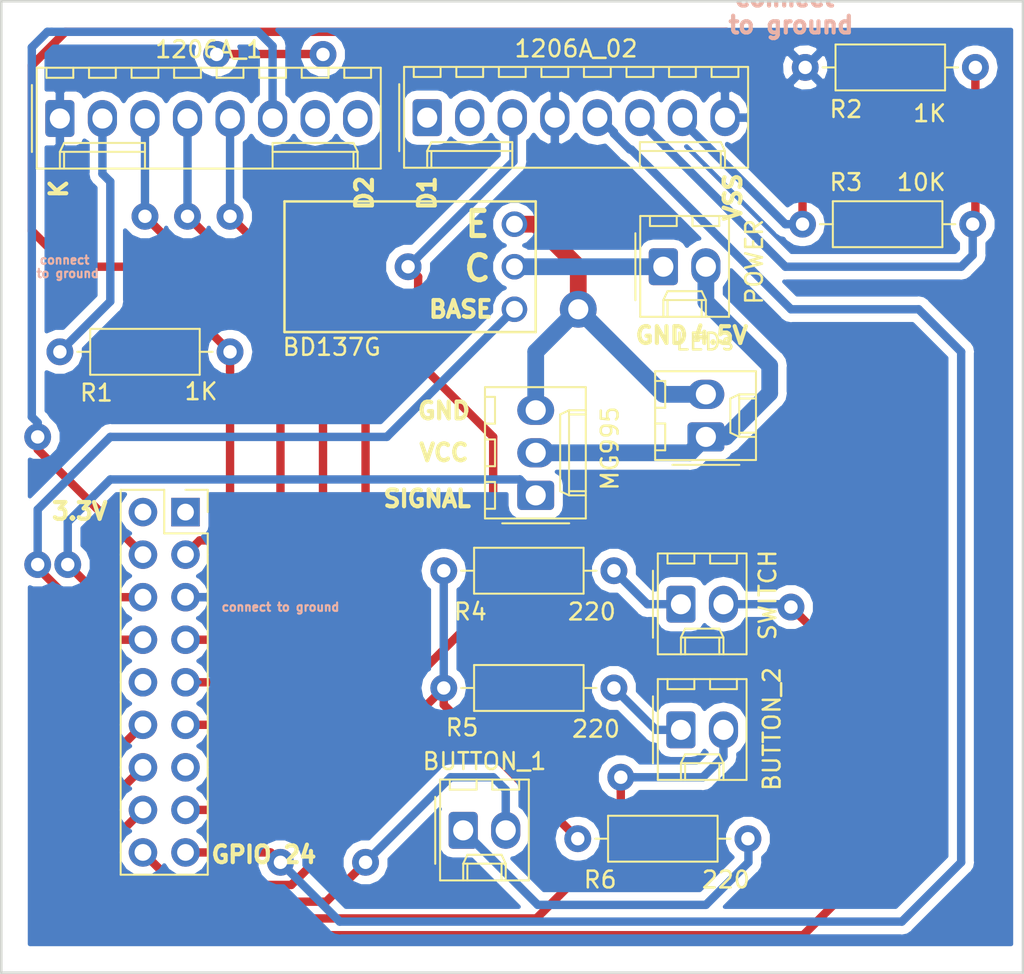
<source format=kicad_pcb>
(kicad_pcb (version 20171130) (host pcbnew 5.0.2-bee76a0~70~ubuntu18.04.1)

  (general
    (thickness 1.6)
    (drawings 21)
    (tracks 178)
    (zones 0)
    (modules 16)
    (nets 30)
  )

  (page A4)
  (layers
    (0 F.Cu signal)
    (31 B.Cu signal)
    (32 B.Adhes user)
    (33 F.Adhes user)
    (34 B.Paste user)
    (35 F.Paste user)
    (36 B.SilkS user hide)
    (37 F.SilkS user)
    (38 B.Mask user)
    (39 F.Mask user)
    (40 Dwgs.User user)
    (41 Cmts.User user)
    (42 Eco1.User user)
    (43 Eco2.User user)
    (44 Edge.Cuts user)
    (45 Margin user)
    (46 B.CrtYd user)
    (47 F.CrtYd user)
    (48 B.Fab user)
    (49 F.Fab user)
  )

  (setup
    (last_trace_width 1)
    (trace_clearance 0.5)
    (zone_clearance 0.508)
    (zone_45_only no)
    (trace_min 0.5)
    (segment_width 0.2)
    (edge_width 0.15)
    (via_size 1.2)
    (via_drill 0.8)
    (via_min_size 0.4)
    (via_min_drill 0.3)
    (uvia_size 0.3)
    (uvia_drill 0.1)
    (uvias_allowed no)
    (uvia_min_size 0.2)
    (uvia_min_drill 0.1)
    (pcb_text_width 0.3)
    (pcb_text_size 1.5 1.5)
    (mod_edge_width 0.15)
    (mod_text_size 1 1)
    (mod_text_width 0.15)
    (pad_size 1.7 1.7)
    (pad_drill 1)
    (pad_to_mask_clearance 0.051)
    (solder_mask_min_width 0.25)
    (aux_axis_origin 0 0)
    (visible_elements FFFFFF7F)
    (pcbplotparams
      (layerselection 0x010fc_ffffffff)
      (usegerberextensions false)
      (usegerberattributes false)
      (usegerberadvancedattributes false)
      (creategerberjobfile false)
      (excludeedgelayer true)
      (linewidth 0.100000)
      (plotframeref false)
      (viasonmask false)
      (mode 1)
      (useauxorigin false)
      (hpglpennumber 1)
      (hpglpenspeed 20)
      (hpglpendiameter 15.000000)
      (psnegative false)
      (psa4output false)
      (plotreference true)
      (plotvalue true)
      (plotinvisibletext false)
      (padsonsilk false)
      (subtractmaskfromsilk false)
      (outputformat 1)
      (mirror false)
      (drillshape 1)
      (scaleselection 1)
      (outputdirectory ""))
  )

  (net 0 "")
  (net 1 "Net-(1206A_01x08_Male1-Pad1)")
  (net 2 "Net-(1206A_01x08_Male1-Pad2)")
  (net 3 "Net-(1206A_01x08_Male1-Pad3)")
  (net 4 "Net-(1206A_01x08_Male1-Pad4)")
  (net 5 "Net-(1206A_01x08_Male1-Pad5)")
  (net 6 "Net-(1206A_01x08_Male1-Pad6)")
  (net 7 "Net-(1206A_01x08_Male1-Pad7)")
  (net 8 "Net-(1206A_01x08_Male1-Pad8)")
  (net 9 "Net-(1206A_01x08_Male2-Pad7)")
  (net 10 "Net-(1206A_01x08_Male2-Pad6)")
  (net 11 "Net-(1206A_01x08_Male2-Pad5)")
  (net 12 "Net-(1206A_01x08_Male2-Pad3)")
  (net 13 "Net-(1206A_01x08_Male2-Pad2)")
  (net 14 "Net-(1206A_01x08_Male2-Pad1)")
  (net 15 "Net-(2mm_pitch1-Pad1)")
  (net 16 "Net-(2mm_pitch1-Pad2)")
  (net 17 "Net-(2mm_pitch2-Pad1)")
  (net 18 "Net-(2mm_pitch2-Pad2)")
  (net 19 "Net-(2mm_pitch3-Pad2)")
  (net 20 "Net-(2mm_pitch3-Pad1)")
  (net 21 "Net-(2mm_pitch4-Pad1)")
  (net 22 "Net-(2mm_pitch4-Pad2)")
  (net 23 "Net-(2mm_pitch4-Pad3)")
  (net 24 "Net-(BATTERY_Conn_01x02_Male2-Pad1)")
  (net 25 "Net-(BD137G1-Pad3)")
  (net 26 "Net-(BUTTON_1_RES1-Pad2)")
  (net 27 "Net-(J1-Pad1)")
  (net 28 "Net-(J1-Pad10)")
  (net 29 "Net-(J1-Pad13)")

  (net_class Default "This is the default net class."
    (clearance 0.5)
    (trace_width 1)
    (via_dia 1.2)
    (via_drill 0.8)
    (uvia_dia 0.3)
    (uvia_drill 0.1)
    (diff_pair_gap 0.25)
    (diff_pair_width 0.5)
    (add_net "Net-(1206A_01x08_Male1-Pad1)")
    (add_net "Net-(1206A_01x08_Male1-Pad2)")
    (add_net "Net-(1206A_01x08_Male1-Pad3)")
    (add_net "Net-(1206A_01x08_Male1-Pad4)")
    (add_net "Net-(1206A_01x08_Male1-Pad5)")
    (add_net "Net-(1206A_01x08_Male1-Pad6)")
    (add_net "Net-(1206A_01x08_Male1-Pad7)")
    (add_net "Net-(1206A_01x08_Male1-Pad8)")
    (add_net "Net-(1206A_01x08_Male2-Pad1)")
    (add_net "Net-(1206A_01x08_Male2-Pad2)")
    (add_net "Net-(1206A_01x08_Male2-Pad3)")
    (add_net "Net-(1206A_01x08_Male2-Pad5)")
    (add_net "Net-(1206A_01x08_Male2-Pad6)")
    (add_net "Net-(1206A_01x08_Male2-Pad7)")
    (add_net "Net-(2mm_pitch1-Pad1)")
    (add_net "Net-(2mm_pitch1-Pad2)")
    (add_net "Net-(2mm_pitch2-Pad1)")
    (add_net "Net-(2mm_pitch2-Pad2)")
    (add_net "Net-(2mm_pitch3-Pad1)")
    (add_net "Net-(2mm_pitch3-Pad2)")
    (add_net "Net-(2mm_pitch4-Pad1)")
    (add_net "Net-(2mm_pitch4-Pad2)")
    (add_net "Net-(2mm_pitch4-Pad3)")
    (add_net "Net-(BATTERY_Conn_01x02_Male2-Pad1)")
    (add_net "Net-(BD137G1-Pad3)")
    (add_net "Net-(BUTTON_1_RES1-Pad2)")
    (add_net "Net-(J1-Pad1)")
    (add_net "Net-(J1-Pad10)")
    (add_net "Net-(J1-Pad13)")
  )

  (module Connector_Molex:Molex_KK-254_AE-6410-08A_1x08_P2.54mm_Vertical (layer F.Cu) (tedit 5C9A399E) (tstamp 5CC07F8D)
    (at 129.07 80.05)
    (descr "Molex KK-254 Interconnect System, old/engineering part number: AE-6410-08A example for new part number: 22-27-2081, 8 Pins (http://www.molex.com/pdm_docs/sd/022272021_sd.pdf), generated with kicad-footprint-generator")
    (tags "connector Molex KK-254 side entry")
    (path /5CA4F01F)
    (fp_text reference 1206A_1 (at 8.89 -4.12) (layer F.SilkS)
      (effects (font (size 1 1) (thickness 0.15)))
    )
    (fp_text value 2mm_pitch (at 8.89 4.08) (layer F.Fab) hide
      (effects (font (size 1 1) (thickness 0.15)))
    )
    (fp_line (start -1.27 -2.92) (end -1.27 2.88) (layer F.Fab) (width 0.1))
    (fp_line (start -1.27 2.88) (end 19.05 2.88) (layer F.Fab) (width 0.1))
    (fp_line (start 19.05 2.88) (end 19.05 -2.92) (layer F.Fab) (width 0.1))
    (fp_line (start 19.05 -2.92) (end -1.27 -2.92) (layer F.Fab) (width 0.1))
    (fp_line (start -1.38 -3.03) (end -1.38 2.99) (layer F.SilkS) (width 0.12))
    (fp_line (start -1.38 2.99) (end 19.16 2.99) (layer F.SilkS) (width 0.12))
    (fp_line (start 19.16 2.99) (end 19.16 -3.03) (layer F.SilkS) (width 0.12))
    (fp_line (start 19.16 -3.03) (end -1.38 -3.03) (layer F.SilkS) (width 0.12))
    (fp_line (start -1.67 -2) (end -1.67 2) (layer F.SilkS) (width 0.12))
    (fp_line (start -1.27 -0.5) (end -0.562893 0) (layer F.Fab) (width 0.1))
    (fp_line (start -0.562893 0) (end -1.27 0.5) (layer F.Fab) (width 0.1))
    (fp_line (start 0 2.99) (end 0 1.99) (layer F.SilkS) (width 0.12))
    (fp_line (start 0 1.99) (end 5.08 1.99) (layer F.SilkS) (width 0.12))
    (fp_line (start 5.08 1.99) (end 5.08 2.99) (layer F.SilkS) (width 0.12))
    (fp_line (start 0 1.99) (end 0.25 1.46) (layer F.SilkS) (width 0.12))
    (fp_line (start 0.25 1.46) (end 5.08 1.46) (layer F.SilkS) (width 0.12))
    (fp_line (start 5.08 1.46) (end 5.08 1.99) (layer F.SilkS) (width 0.12))
    (fp_line (start 0.25 2.99) (end 0.25 1.99) (layer F.SilkS) (width 0.12))
    (fp_line (start 17.78 2.99) (end 17.78 1.99) (layer F.SilkS) (width 0.12))
    (fp_line (start 17.78 1.99) (end 12.7 1.99) (layer F.SilkS) (width 0.12))
    (fp_line (start 12.7 1.99) (end 12.7 2.99) (layer F.SilkS) (width 0.12))
    (fp_line (start 17.78 1.99) (end 17.53 1.46) (layer F.SilkS) (width 0.12))
    (fp_line (start 17.53 1.46) (end 12.7 1.46) (layer F.SilkS) (width 0.12))
    (fp_line (start 12.7 1.46) (end 12.7 1.99) (layer F.SilkS) (width 0.12))
    (fp_line (start 17.53 2.99) (end 17.53 1.99) (layer F.SilkS) (width 0.12))
    (fp_line (start -0.8 -3.03) (end -0.8 -2.43) (layer F.SilkS) (width 0.12))
    (fp_line (start -0.8 -2.43) (end 0.8 -2.43) (layer F.SilkS) (width 0.12))
    (fp_line (start 0.8 -2.43) (end 0.8 -3.03) (layer F.SilkS) (width 0.12))
    (fp_line (start 1.74 -3.03) (end 1.74 -2.43) (layer F.SilkS) (width 0.12))
    (fp_line (start 1.74 -2.43) (end 3.34 -2.43) (layer F.SilkS) (width 0.12))
    (fp_line (start 3.34 -2.43) (end 3.34 -3.03) (layer F.SilkS) (width 0.12))
    (fp_line (start 4.28 -3.03) (end 4.28 -2.43) (layer F.SilkS) (width 0.12))
    (fp_line (start 4.28 -2.43) (end 5.88 -2.43) (layer F.SilkS) (width 0.12))
    (fp_line (start 5.88 -2.43) (end 5.88 -3.03) (layer F.SilkS) (width 0.12))
    (fp_line (start 6.82 -3.03) (end 6.82 -2.43) (layer F.SilkS) (width 0.12))
    (fp_line (start 6.82 -2.43) (end 8.42 -2.43) (layer F.SilkS) (width 0.12))
    (fp_line (start 8.42 -2.43) (end 8.42 -3.03) (layer F.SilkS) (width 0.12))
    (fp_line (start 9.36 -3.03) (end 9.36 -2.43) (layer F.SilkS) (width 0.12))
    (fp_line (start 9.36 -2.43) (end 10.96 -2.43) (layer F.SilkS) (width 0.12))
    (fp_line (start 10.96 -2.43) (end 10.96 -3.03) (layer F.SilkS) (width 0.12))
    (fp_line (start 11.9 -3.03) (end 11.9 -2.43) (layer F.SilkS) (width 0.12))
    (fp_line (start 11.9 -2.43) (end 13.5 -2.43) (layer F.SilkS) (width 0.12))
    (fp_line (start 13.5 -2.43) (end 13.5 -3.03) (layer F.SilkS) (width 0.12))
    (fp_line (start 14.44 -3.03) (end 14.44 -2.43) (layer F.SilkS) (width 0.12))
    (fp_line (start 14.44 -2.43) (end 16.04 -2.43) (layer F.SilkS) (width 0.12))
    (fp_line (start 16.04 -2.43) (end 16.04 -3.03) (layer F.SilkS) (width 0.12))
    (fp_line (start 16.98 -3.03) (end 16.98 -2.43) (layer F.SilkS) (width 0.12))
    (fp_line (start 16.98 -2.43) (end 18.58 -2.43) (layer F.SilkS) (width 0.12))
    (fp_line (start 18.58 -2.43) (end 18.58 -3.03) (layer F.SilkS) (width 0.12))
    (fp_line (start -1.77 -3.42) (end -1.77 3.38) (layer F.CrtYd) (width 0.05))
    (fp_line (start -1.77 3.38) (end 19.55 3.38) (layer F.CrtYd) (width 0.05))
    (fp_line (start 19.55 3.38) (end 19.55 -3.42) (layer F.CrtYd) (width 0.05))
    (fp_line (start 19.55 -3.42) (end -1.77 -3.42) (layer F.CrtYd) (width 0.05))
    (fp_text user %R (at 8.89 -2.22) (layer F.Fab)
      (effects (font (size 1 1) (thickness 0.15)))
    )
    (pad 1 thru_hole roundrect (at 0 0) (size 1.74 2.2) (drill 1.2) (layers *.Cu *.Mask) (roundrect_rratio 0.143678)
      (net 1 "Net-(1206A_01x08_Male1-Pad1)"))
    (pad 2 thru_hole oval (at 2.54 0) (size 1.74 2.2) (drill 1.2) (layers *.Cu *.Mask)
      (net 2 "Net-(1206A_01x08_Male1-Pad2)"))
    (pad 3 thru_hole oval (at 5.08 0) (size 1.74 2.2) (drill 1.2) (layers *.Cu *.Mask)
      (net 3 "Net-(1206A_01x08_Male1-Pad3)"))
    (pad 4 thru_hole oval (at 7.62 0) (size 1.74 2.2) (drill 1.2) (layers *.Cu *.Mask)
      (net 4 "Net-(1206A_01x08_Male1-Pad4)"))
    (pad 5 thru_hole oval (at 10.16 0) (size 1.74 2.2) (drill 1.2) (layers *.Cu *.Mask)
      (net 5 "Net-(1206A_01x08_Male1-Pad5)"))
    (pad 6 thru_hole oval (at 12.7 0) (size 1.74 2.2) (drill 1.2) (layers *.Cu *.Mask)
      (net 6 "Net-(1206A_01x08_Male1-Pad6)"))
    (pad 7 thru_hole oval (at 15.24 0) (size 1.74 2.2) (drill 1.2) (layers *.Cu *.Mask)
      (net 7 "Net-(1206A_01x08_Male1-Pad7)"))
    (pad 8 thru_hole oval (at 17.78 0) (size 1.74 2.2) (drill 1.2) (layers *.Cu *.Mask)
      (net 8 "Net-(1206A_01x08_Male1-Pad8)"))
    (model ${KISYS3DMOD}/Connector_Molex.3dshapes/Molex_KK-254_AE-6410-08A_1x08_P2.54mm_Vertical.wrl
      (at (xyz 0 0 0))
      (scale (xyz 1 1 1))
      (rotate (xyz 0 0 0))
    )
  )

  (module Connector_PinSocket_2.54mm:PinSocket_2x09_P2.54mm_Vertical (layer F.Cu) (tedit 5C9A4A0A) (tstamp 5CC0632C)
    (at 136.57 103.55)
    (descr "Through hole straight socket strip, 2x09, 2.54mm pitch, double cols (from Kicad 4.0.7), script generated")
    (tags "Through hole socket strip THT 2x09 2.54mm double row")
    (path /5C9A00D8)
    (fp_text reference J1 (at -1.27 -2.77) (layer F.SilkS) hide
      (effects (font (size 1 1) (thickness 0.15)))
    )
    (fp_text value Conn_02x09_Odd_Even (at -1.27 23.09) (layer F.Fab) hide
      (effects (font (size 1 1) (thickness 0.15)))
    )
    (fp_line (start -3.81 -1.27) (end 0.27 -1.27) (layer F.Fab) (width 0.1))
    (fp_line (start 0.27 -1.27) (end 1.27 -0.27) (layer F.Fab) (width 0.1))
    (fp_line (start 1.27 -0.27) (end 1.27 21.59) (layer F.Fab) (width 0.1))
    (fp_line (start 1.27 21.59) (end -3.81 21.59) (layer F.Fab) (width 0.1))
    (fp_line (start -3.81 21.59) (end -3.81 -1.27) (layer F.Fab) (width 0.1))
    (fp_line (start -3.87 -1.33) (end -1.27 -1.33) (layer F.SilkS) (width 0.12))
    (fp_line (start -3.87 -1.33) (end -3.87 21.65) (layer F.SilkS) (width 0.12))
    (fp_line (start -3.87 21.65) (end 1.33 21.65) (layer F.SilkS) (width 0.12))
    (fp_line (start 1.33 1.27) (end 1.33 21.65) (layer F.SilkS) (width 0.12))
    (fp_line (start -1.27 1.27) (end 1.33 1.27) (layer F.SilkS) (width 0.12))
    (fp_line (start -1.27 -1.33) (end -1.27 1.27) (layer F.SilkS) (width 0.12))
    (fp_line (start 1.33 -1.33) (end 1.33 0) (layer F.SilkS) (width 0.12))
    (fp_line (start 0 -1.33) (end 1.33 -1.33) (layer F.SilkS) (width 0.12))
    (fp_line (start -4.34 -1.8) (end 1.76 -1.8) (layer F.CrtYd) (width 0.05))
    (fp_line (start 1.76 -1.8) (end 1.76 22.1) (layer F.CrtYd) (width 0.05))
    (fp_line (start 1.76 22.1) (end -4.34 22.1) (layer F.CrtYd) (width 0.05))
    (fp_line (start -4.34 22.1) (end -4.34 -1.8) (layer F.CrtYd) (width 0.05))
    (fp_text user %R (at -1.27 10.16 90) (layer F.Fab)
      (effects (font (size 1 1) (thickness 0.15)))
    )
    (pad 1 thru_hole rect (at 0 0) (size 1.7 1.7) (drill 1) (layers *.Cu *.Mask)
      (net 27 "Net-(J1-Pad1)"))
    (pad 2 thru_hole oval (at -2.54 0) (size 1.7 1.7) (drill 1) (layers *.Cu *.Mask)
      (net 27 "Net-(J1-Pad1)"))
    (pad 3 thru_hole oval (at 0 2.54) (size 1.7 1.7) (drill 1) (layers *.Cu *.Mask)
      (net 9 "Net-(1206A_01x08_Male2-Pad7)"))
    (pad 4 thru_hole oval (at -2.54 2.54) (size 1.7 1.7) (drill 1) (layers *.Cu *.Mask)
      (net 6 "Net-(1206A_01x08_Male1-Pad6)"))
    (pad 5 thru_hole oval (at 0 5.08) (size 1.7 1.7) (drill 1) (layers *.Cu *.Mask)
      (net 1 "Net-(1206A_01x08_Male1-Pad1)"))
    (pad 6 thru_hole oval (at -2.54 5.08) (size 1.7 1.7) (drill 1) (layers *.Cu *.Mask)
      (net 21 "Net-(2mm_pitch4-Pad1)"))
    (pad 7 thru_hole oval (at 0 7.62) (size 1.7 1.7) (drill 1) (layers *.Cu *.Mask)
      (net 3 "Net-(1206A_01x08_Male1-Pad3)"))
    (pad 8 thru_hole oval (at -2.54 7.62) (size 1.7 1.7) (drill 1) (layers *.Cu *.Mask)
      (net 25 "Net-(BD137G1-Pad3)"))
    (pad 9 thru_hole oval (at 0 10.16) (size 1.7 1.7) (drill 1) (layers *.Cu *.Mask)
      (net 4 "Net-(1206A_01x08_Male1-Pad4)"))
    (pad 10 thru_hole oval (at -2.54 10.16) (size 1.7 1.7) (drill 1) (layers *.Cu *.Mask)
      (net 28 "Net-(J1-Pad10)"))
    (pad 11 thru_hole oval (at 0 12.7) (size 1.7 1.7) (drill 1) (layers *.Cu *.Mask)
      (net 5 "Net-(1206A_01x08_Male1-Pad5)"))
    (pad 12 thru_hole oval (at -2.54 12.7) (size 1.7 1.7) (drill 1) (layers *.Cu *.Mask)
      (net 16 "Net-(2mm_pitch1-Pad2)"))
    (pad 13 thru_hole oval (at 0 15.24) (size 1.7 1.7) (drill 1) (layers *.Cu *.Mask)
      (net 29 "Net-(J1-Pad13)"))
    (pad 14 thru_hole oval (at -2.54 15.24) (size 1.7 1.7) (drill 1) (layers *.Cu *.Mask)
      (net 18 "Net-(2mm_pitch2-Pad2)"))
    (pad 15 thru_hole oval (at 0 17.78) (size 1.7 1.7) (drill 1) (layers *.Cu *.Mask)
      (net 12 "Net-(1206A_01x08_Male2-Pad3)"))
    (pad 16 thru_hole oval (at -2.54 17.78) (size 1.7 1.7) (drill 1) (layers *.Cu *.Mask)
      (net 19 "Net-(2mm_pitch3-Pad2)"))
    (pad 17 thru_hole oval (at 0 20.32) (size 1.7 1.7) (drill 1) (layers *.Cu *.Mask)
      (net 11 "Net-(1206A_01x08_Male2-Pad5)"))
    (pad 18 thru_hole oval (at -2.54 20.32) (size 1.7 1.7) (drill 1) (layers *.Cu *.Mask)
      (net 26 "Net-(BUTTON_1_RES1-Pad2)"))
    (model ${KISYS3DMOD}/Connector_PinSocket_2.54mm.3dshapes/PinSocket_2x09_P2.54mm_Vertical.wrl
      (at (xyz 0 0 0))
      (scale (xyz 1 1 1))
      (rotate (xyz 0 0 0))
    )
  )

  (module GLFfootprints:BD137G (layer F.Cu) (tedit 5C9A3B4B) (tstamp 5C9A4831)
    (at 157.48 88.9 270)
    (path /5C92D2A8)
    (fp_text reference BD137G (at 4.8 12.18) (layer F.SilkS)
      (effects (font (size 1 1) (thickness 0.15)))
    )
    (fp_text value ?? (at -1.27 -1.27 270) (layer F.Fab) hide
      (effects (font (size 1 1) (thickness 0.15)))
    )
    (fp_line (start -3.9 0) (end 3.9 0) (layer F.SilkS) (width 0.15))
    (fp_line (start 3.9 0) (end 3.9 15) (layer F.SilkS) (width 0.15))
    (fp_line (start -3.9 15) (end 3.9 15) (layer F.SilkS) (width 0.15))
    (fp_line (start -3.9 15) (end -3.9 0) (layer F.SilkS) (width 0.15))
    (pad 1 thru_hole circle (at -2.54 1.27 270) (size 1.524 1.524) (drill 1) (layers *.Cu *.Mask)
      (net 23 "Net-(2mm_pitch4-Pad3)"))
    (pad 2 thru_hole circle (at 0 1.27 270) (size 1.524 1.524) (drill 1) (layers *.Cu *.Mask)
      (net 24 "Net-(BATTERY_Conn_01x02_Male2-Pad1)"))
    (pad 3 thru_hole circle (at 2.54 1.27 270) (size 1.524 1.524) (drill 1) (layers *.Cu *.Mask)
      (net 25 "Net-(BD137G1-Pad3)"))
  )

  (module Resistor_THT:R_Axial_DIN0207_L6.3mm_D2.5mm_P10.16mm_Horizontal (layer F.Cu) (tedit 5C9A3A6A) (tstamp 5CB3DED9)
    (at 162.15 107.05 180)
    (descr "Resistor, Axial_DIN0207 series, Axial, Horizontal, pin pitch=10.16mm, 0.25W = 1/4W, length*diameter=6.3*2.5mm^2, http://cdn-reichelt.de/documents/datenblatt/B400/1_4W%23YAG.pdf")
    (tags "Resistor Axial_DIN0207 series Axial Horizontal pin pitch 10.16mm 0.25W = 1/4W length 6.3mm diameter 2.5mm")
    (path /5C92CD78)
    (fp_text reference R4 (at 8.57 -2.45 180) (layer F.SilkS)
      (effects (font (size 1 1) (thickness 0.15)))
    )
    (fp_text value 220 (at 1.32 -2.45 180) (layer F.SilkS)
      (effects (font (size 1 1) (thickness 0.15)))
    )
    (fp_text user %R (at 5.08 0 180) (layer F.Fab)
      (effects (font (size 1 1) (thickness 0.15)))
    )
    (fp_line (start 11.21 -1.5) (end -1.05 -1.5) (layer F.CrtYd) (width 0.05))
    (fp_line (start 11.21 1.5) (end 11.21 -1.5) (layer F.CrtYd) (width 0.05))
    (fp_line (start -1.05 1.5) (end 11.21 1.5) (layer F.CrtYd) (width 0.05))
    (fp_line (start -1.05 -1.5) (end -1.05 1.5) (layer F.CrtYd) (width 0.05))
    (fp_line (start 9.12 0) (end 8.35 0) (layer F.SilkS) (width 0.12))
    (fp_line (start 1.04 0) (end 1.81 0) (layer F.SilkS) (width 0.12))
    (fp_line (start 8.35 -1.37) (end 1.81 -1.37) (layer F.SilkS) (width 0.12))
    (fp_line (start 8.35 1.37) (end 8.35 -1.37) (layer F.SilkS) (width 0.12))
    (fp_line (start 1.81 1.37) (end 8.35 1.37) (layer F.SilkS) (width 0.12))
    (fp_line (start 1.81 -1.37) (end 1.81 1.37) (layer F.SilkS) (width 0.12))
    (fp_line (start 10.16 0) (end 8.23 0) (layer F.Fab) (width 0.1))
    (fp_line (start 0 0) (end 1.93 0) (layer F.Fab) (width 0.1))
    (fp_line (start 8.23 -1.25) (end 1.93 -1.25) (layer F.Fab) (width 0.1))
    (fp_line (start 8.23 1.25) (end 8.23 -1.25) (layer F.Fab) (width 0.1))
    (fp_line (start 1.93 1.25) (end 8.23 1.25) (layer F.Fab) (width 0.1))
    (fp_line (start 1.93 -1.25) (end 1.93 1.25) (layer F.Fab) (width 0.1))
    (pad 2 thru_hole oval (at 10.16 0 180) (size 1.6 1.6) (drill 0.8) (layers *.Cu *.Mask)
      (net 26 "Net-(BUTTON_1_RES1-Pad2)"))
    (pad 1 thru_hole circle (at 0 0 180) (size 1.6 1.6) (drill 0.8) (layers *.Cu *.Mask)
      (net 15 "Net-(2mm_pitch1-Pad1)"))
    (model ${KISYS3DMOD}/Resistor_THT.3dshapes/R_Axial_DIN0207_L6.3mm_D2.5mm_P10.16mm_Horizontal.wrl
      (at (xyz 0 0 0))
      (scale (xyz 1 1 1))
      (rotate (xyz 0 0 0))
    )
  )

  (module Connector_Molex:Molex_KK-254_AE-6410-08A_1x08_P2.54mm_Vertical (layer F.Cu) (tedit 5C9A39B0) (tstamp 5CC07C3B)
    (at 151 80)
    (descr "Molex KK-254 Interconnect System, old/engineering part number: AE-6410-08A example for new part number: 22-27-2081, 8 Pins (http://www.molex.com/pdm_docs/sd/022272021_sd.pdf), generated with kicad-footprint-generator")
    (tags "connector Molex KK-254 side entry")
    (path /5CA4F201)
    (fp_text reference 1206A_02 (at 8.89 -4.12) (layer F.SilkS)
      (effects (font (size 1 1) (thickness 0.15)))
    )
    (fp_text value 2mm_pitch (at 8.89 4.08) (layer F.Fab) hide
      (effects (font (size 1 1) (thickness 0.15)))
    )
    (fp_text user %R (at 8.89 -2.22) (layer F.Fab)
      (effects (font (size 1 1) (thickness 0.15)))
    )
    (fp_line (start 19.55 -3.42) (end -1.77 -3.42) (layer F.CrtYd) (width 0.05))
    (fp_line (start 19.55 3.38) (end 19.55 -3.42) (layer F.CrtYd) (width 0.05))
    (fp_line (start -1.77 3.38) (end 19.55 3.38) (layer F.CrtYd) (width 0.05))
    (fp_line (start -1.77 -3.42) (end -1.77 3.38) (layer F.CrtYd) (width 0.05))
    (fp_line (start 18.58 -2.43) (end 18.58 -3.03) (layer F.SilkS) (width 0.12))
    (fp_line (start 16.98 -2.43) (end 18.58 -2.43) (layer F.SilkS) (width 0.12))
    (fp_line (start 16.98 -3.03) (end 16.98 -2.43) (layer F.SilkS) (width 0.12))
    (fp_line (start 16.04 -2.43) (end 16.04 -3.03) (layer F.SilkS) (width 0.12))
    (fp_line (start 14.44 -2.43) (end 16.04 -2.43) (layer F.SilkS) (width 0.12))
    (fp_line (start 14.44 -3.03) (end 14.44 -2.43) (layer F.SilkS) (width 0.12))
    (fp_line (start 13.5 -2.43) (end 13.5 -3.03) (layer F.SilkS) (width 0.12))
    (fp_line (start 11.9 -2.43) (end 13.5 -2.43) (layer F.SilkS) (width 0.12))
    (fp_line (start 11.9 -3.03) (end 11.9 -2.43) (layer F.SilkS) (width 0.12))
    (fp_line (start 10.96 -2.43) (end 10.96 -3.03) (layer F.SilkS) (width 0.12))
    (fp_line (start 9.36 -2.43) (end 10.96 -2.43) (layer F.SilkS) (width 0.12))
    (fp_line (start 9.36 -3.03) (end 9.36 -2.43) (layer F.SilkS) (width 0.12))
    (fp_line (start 8.42 -2.43) (end 8.42 -3.03) (layer F.SilkS) (width 0.12))
    (fp_line (start 6.82 -2.43) (end 8.42 -2.43) (layer F.SilkS) (width 0.12))
    (fp_line (start 6.82 -3.03) (end 6.82 -2.43) (layer F.SilkS) (width 0.12))
    (fp_line (start 5.88 -2.43) (end 5.88 -3.03) (layer F.SilkS) (width 0.12))
    (fp_line (start 4.28 -2.43) (end 5.88 -2.43) (layer F.SilkS) (width 0.12))
    (fp_line (start 4.28 -3.03) (end 4.28 -2.43) (layer F.SilkS) (width 0.12))
    (fp_line (start 3.34 -2.43) (end 3.34 -3.03) (layer F.SilkS) (width 0.12))
    (fp_line (start 1.74 -2.43) (end 3.34 -2.43) (layer F.SilkS) (width 0.12))
    (fp_line (start 1.74 -3.03) (end 1.74 -2.43) (layer F.SilkS) (width 0.12))
    (fp_line (start 0.8 -2.43) (end 0.8 -3.03) (layer F.SilkS) (width 0.12))
    (fp_line (start -0.8 -2.43) (end 0.8 -2.43) (layer F.SilkS) (width 0.12))
    (fp_line (start -0.8 -3.03) (end -0.8 -2.43) (layer F.SilkS) (width 0.12))
    (fp_line (start 17.53 2.99) (end 17.53 1.99) (layer F.SilkS) (width 0.12))
    (fp_line (start 12.7 1.46) (end 12.7 1.99) (layer F.SilkS) (width 0.12))
    (fp_line (start 17.53 1.46) (end 12.7 1.46) (layer F.SilkS) (width 0.12))
    (fp_line (start 17.78 1.99) (end 17.53 1.46) (layer F.SilkS) (width 0.12))
    (fp_line (start 12.7 1.99) (end 12.7 2.99) (layer F.SilkS) (width 0.12))
    (fp_line (start 17.78 1.99) (end 12.7 1.99) (layer F.SilkS) (width 0.12))
    (fp_line (start 17.78 2.99) (end 17.78 1.99) (layer F.SilkS) (width 0.12))
    (fp_line (start 0.25 2.99) (end 0.25 1.99) (layer F.SilkS) (width 0.12))
    (fp_line (start 5.08 1.46) (end 5.08 1.99) (layer F.SilkS) (width 0.12))
    (fp_line (start 0.25 1.46) (end 5.08 1.46) (layer F.SilkS) (width 0.12))
    (fp_line (start 0 1.99) (end 0.25 1.46) (layer F.SilkS) (width 0.12))
    (fp_line (start 5.08 1.99) (end 5.08 2.99) (layer F.SilkS) (width 0.12))
    (fp_line (start 0 1.99) (end 5.08 1.99) (layer F.SilkS) (width 0.12))
    (fp_line (start 0 2.99) (end 0 1.99) (layer F.SilkS) (width 0.12))
    (fp_line (start -0.562893 0) (end -1.27 0.5) (layer F.Fab) (width 0.1))
    (fp_line (start -1.27 -0.5) (end -0.562893 0) (layer F.Fab) (width 0.1))
    (fp_line (start -1.67 -2) (end -1.67 2) (layer F.SilkS) (width 0.12))
    (fp_line (start 19.16 -3.03) (end -1.38 -3.03) (layer F.SilkS) (width 0.12))
    (fp_line (start 19.16 2.99) (end 19.16 -3.03) (layer F.SilkS) (width 0.12))
    (fp_line (start -1.38 2.99) (end 19.16 2.99) (layer F.SilkS) (width 0.12))
    (fp_line (start -1.38 -3.03) (end -1.38 2.99) (layer F.SilkS) (width 0.12))
    (fp_line (start 19.05 -2.92) (end -1.27 -2.92) (layer F.Fab) (width 0.1))
    (fp_line (start 19.05 2.88) (end 19.05 -2.92) (layer F.Fab) (width 0.1))
    (fp_line (start -1.27 2.88) (end 19.05 2.88) (layer F.Fab) (width 0.1))
    (fp_line (start -1.27 -2.92) (end -1.27 2.88) (layer F.Fab) (width 0.1))
    (pad 8 thru_hole oval (at 17.78 0) (size 1.74 2.2) (drill 1.2) (layers *.Cu *.Mask)
      (net 1 "Net-(1206A_01x08_Male1-Pad1)"))
    (pad 7 thru_hole oval (at 15.24 0) (size 1.74 2.2) (drill 1.2) (layers *.Cu *.Mask)
      (net 9 "Net-(1206A_01x08_Male2-Pad7)"))
    (pad 6 thru_hole oval (at 12.7 0) (size 1.74 2.2) (drill 1.2) (layers *.Cu *.Mask)
      (net 10 "Net-(1206A_01x08_Male2-Pad6)"))
    (pad 5 thru_hole oval (at 10.16 0) (size 1.74 2.2) (drill 1.2) (layers *.Cu *.Mask)
      (net 11 "Net-(1206A_01x08_Male2-Pad5)"))
    (pad 4 thru_hole oval (at 7.62 0) (size 1.74 2.2) (drill 1.2) (layers *.Cu *.Mask)
      (net 1 "Net-(1206A_01x08_Male1-Pad1)"))
    (pad 3 thru_hole oval (at 5.08 0) (size 1.74 2.2) (drill 1.2) (layers *.Cu *.Mask)
      (net 12 "Net-(1206A_01x08_Male2-Pad3)"))
    (pad 2 thru_hole oval (at 2.54 0) (size 1.74 2.2) (drill 1.2) (layers *.Cu *.Mask)
      (net 13 "Net-(1206A_01x08_Male2-Pad2)"))
    (pad 1 thru_hole roundrect (at 0 0) (size 1.74 2.2) (drill 1.2) (layers *.Cu *.Mask) (roundrect_rratio 0.143678)
      (net 14 "Net-(1206A_01x08_Male2-Pad1)"))
    (model ${KISYS3DMOD}/Connector_Molex.3dshapes/Molex_KK-254_AE-6410-08A_1x08_P2.54mm_Vertical.wrl
      (at (xyz 0 0 0))
      (scale (xyz 1 1 1))
      (rotate (xyz 0 0 0))
    )
  )

  (module Connector_Molex:Molex_KK-254_AE-6410-02A_1x02_P2.54mm_Vertical (layer F.Cu) (tedit 5C9A3AE7) (tstamp 5CB2FF6D)
    (at 166.15 109.05)
    (descr "Molex KK-254 Interconnect System, old/engineering part number: AE-6410-02A example for new part number: 22-27-2021, 2 Pins (http://www.molex.com/pdm_docs/sd/022272021_sd.pdf), generated with kicad-footprint-generator")
    (tags "connector Molex KK-254 side entry")
    (path /5C92EBA5)
    (fp_text reference SWITCH (at 5.18 -0.55 90) (layer F.SilkS)
      (effects (font (size 1 1) (thickness 0.15)))
    )
    (fp_text value LIMIT_SWITCH_OUT (at 1.27 4.08) (layer F.Fab) hide
      (effects (font (size 1 1) (thickness 0.15)))
    )
    (fp_line (start -1.27 -2.92) (end -1.27 2.88) (layer F.Fab) (width 0.1))
    (fp_line (start -1.27 2.88) (end 3.81 2.88) (layer F.Fab) (width 0.1))
    (fp_line (start 3.81 2.88) (end 3.81 -2.92) (layer F.Fab) (width 0.1))
    (fp_line (start 3.81 -2.92) (end -1.27 -2.92) (layer F.Fab) (width 0.1))
    (fp_line (start -1.38 -3.03) (end -1.38 2.99) (layer F.SilkS) (width 0.12))
    (fp_line (start -1.38 2.99) (end 3.92 2.99) (layer F.SilkS) (width 0.12))
    (fp_line (start 3.92 2.99) (end 3.92 -3.03) (layer F.SilkS) (width 0.12))
    (fp_line (start 3.92 -3.03) (end -1.38 -3.03) (layer F.SilkS) (width 0.12))
    (fp_line (start -1.67 -2) (end -1.67 2) (layer F.SilkS) (width 0.12))
    (fp_line (start -1.27 -0.5) (end -0.562893 0) (layer F.Fab) (width 0.1))
    (fp_line (start -0.562893 0) (end -1.27 0.5) (layer F.Fab) (width 0.1))
    (fp_line (start 0 2.99) (end 0 1.99) (layer F.SilkS) (width 0.12))
    (fp_line (start 0 1.99) (end 2.54 1.99) (layer F.SilkS) (width 0.12))
    (fp_line (start 2.54 1.99) (end 2.54 2.99) (layer F.SilkS) (width 0.12))
    (fp_line (start 0 1.99) (end 0.25 1.46) (layer F.SilkS) (width 0.12))
    (fp_line (start 0.25 1.46) (end 2.29 1.46) (layer F.SilkS) (width 0.12))
    (fp_line (start 2.29 1.46) (end 2.54 1.99) (layer F.SilkS) (width 0.12))
    (fp_line (start 0.25 2.99) (end 0.25 1.99) (layer F.SilkS) (width 0.12))
    (fp_line (start 2.29 2.99) (end 2.29 1.99) (layer F.SilkS) (width 0.12))
    (fp_line (start -0.8 -3.03) (end -0.8 -2.43) (layer F.SilkS) (width 0.12))
    (fp_line (start -0.8 -2.43) (end 0.8 -2.43) (layer F.SilkS) (width 0.12))
    (fp_line (start 0.8 -2.43) (end 0.8 -3.03) (layer F.SilkS) (width 0.12))
    (fp_line (start 1.74 -3.03) (end 1.74 -2.43) (layer F.SilkS) (width 0.12))
    (fp_line (start 1.74 -2.43) (end 3.34 -2.43) (layer F.SilkS) (width 0.12))
    (fp_line (start 3.34 -2.43) (end 3.34 -3.03) (layer F.SilkS) (width 0.12))
    (fp_line (start -1.77 -3.42) (end -1.77 3.38) (layer F.CrtYd) (width 0.05))
    (fp_line (start -1.77 3.38) (end 4.31 3.38) (layer F.CrtYd) (width 0.05))
    (fp_line (start 4.31 3.38) (end 4.31 -3.42) (layer F.CrtYd) (width 0.05))
    (fp_line (start 4.31 -3.42) (end -1.77 -3.42) (layer F.CrtYd) (width 0.05))
    (fp_text user %R (at 1.27 -2.22) (layer F.Fab)
      (effects (font (size 1 1) (thickness 0.15)))
    )
    (pad 1 thru_hole roundrect (at 0 0) (size 1.74 2.2) (drill 1.2) (layers *.Cu *.Mask) (roundrect_rratio 0.143678)
      (net 15 "Net-(2mm_pitch1-Pad1)"))
    (pad 2 thru_hole oval (at 2.54 0) (size 1.74 2.2) (drill 1.2) (layers *.Cu *.Mask)
      (net 16 "Net-(2mm_pitch1-Pad2)"))
    (model ${KISYS3DMOD}/Connector_Molex.3dshapes/Molex_KK-254_AE-6410-02A_1x02_P2.54mm_Vertical.wrl
      (at (xyz 0 0 0))
      (scale (xyz 1 1 1))
      (rotate (xyz 0 0 0))
    )
  )

  (module Connector_Molex:Molex_KK-254_AE-6410-02A_1x02_P2.54mm_Vertical (layer F.Cu) (tedit 5C9A3AD7) (tstamp 5CB2FF91)
    (at 166.15 116.55)
    (descr "Molex KK-254 Interconnect System, old/engineering part number: AE-6410-02A example for new part number: 22-27-2021, 2 Pins (http://www.molex.com/pdm_docs/sd/022272021_sd.pdf), generated with kicad-footprint-generator")
    (tags "connector Molex KK-254 side entry")
    (path /5C92E966)
    (fp_text reference BUTTON_2 (at 5.43 -0.05 90) (layer F.SilkS)
      (effects (font (size 1 1) (thickness 0.15)))
    )
    (fp_text value BUTTON_2_OUT (at 1.27 4.08) (layer F.Fab) hide
      (effects (font (size 1 1) (thickness 0.15)))
    )
    (fp_line (start -1.27 -2.92) (end -1.27 2.88) (layer F.Fab) (width 0.1))
    (fp_line (start -1.27 2.88) (end 3.81 2.88) (layer F.Fab) (width 0.1))
    (fp_line (start 3.81 2.88) (end 3.81 -2.92) (layer F.Fab) (width 0.1))
    (fp_line (start 3.81 -2.92) (end -1.27 -2.92) (layer F.Fab) (width 0.1))
    (fp_line (start -1.38 -3.03) (end -1.38 2.99) (layer F.SilkS) (width 0.12))
    (fp_line (start -1.38 2.99) (end 3.92 2.99) (layer F.SilkS) (width 0.12))
    (fp_line (start 3.92 2.99) (end 3.92 -3.03) (layer F.SilkS) (width 0.12))
    (fp_line (start 3.92 -3.03) (end -1.38 -3.03) (layer F.SilkS) (width 0.12))
    (fp_line (start -1.67 -2) (end -1.67 2) (layer F.SilkS) (width 0.12))
    (fp_line (start -1.27 -0.5) (end -0.562893 0) (layer F.Fab) (width 0.1))
    (fp_line (start -0.562893 0) (end -1.27 0.5) (layer F.Fab) (width 0.1))
    (fp_line (start 0 2.99) (end 0 1.99) (layer F.SilkS) (width 0.12))
    (fp_line (start 0 1.99) (end 2.54 1.99) (layer F.SilkS) (width 0.12))
    (fp_line (start 2.54 1.99) (end 2.54 2.99) (layer F.SilkS) (width 0.12))
    (fp_line (start 0 1.99) (end 0.25 1.46) (layer F.SilkS) (width 0.12))
    (fp_line (start 0.25 1.46) (end 2.29 1.46) (layer F.SilkS) (width 0.12))
    (fp_line (start 2.29 1.46) (end 2.54 1.99) (layer F.SilkS) (width 0.12))
    (fp_line (start 0.25 2.99) (end 0.25 1.99) (layer F.SilkS) (width 0.12))
    (fp_line (start 2.29 2.99) (end 2.29 1.99) (layer F.SilkS) (width 0.12))
    (fp_line (start -0.8 -3.03) (end -0.8 -2.43) (layer F.SilkS) (width 0.12))
    (fp_line (start -0.8 -2.43) (end 0.8 -2.43) (layer F.SilkS) (width 0.12))
    (fp_line (start 0.8 -2.43) (end 0.8 -3.03) (layer F.SilkS) (width 0.12))
    (fp_line (start 1.74 -3.03) (end 1.74 -2.43) (layer F.SilkS) (width 0.12))
    (fp_line (start 1.74 -2.43) (end 3.34 -2.43) (layer F.SilkS) (width 0.12))
    (fp_line (start 3.34 -2.43) (end 3.34 -3.03) (layer F.SilkS) (width 0.12))
    (fp_line (start -1.77 -3.42) (end -1.77 3.38) (layer F.CrtYd) (width 0.05))
    (fp_line (start -1.77 3.38) (end 4.31 3.38) (layer F.CrtYd) (width 0.05))
    (fp_line (start 4.31 3.38) (end 4.31 -3.42) (layer F.CrtYd) (width 0.05))
    (fp_line (start 4.31 -3.42) (end -1.77 -3.42) (layer F.CrtYd) (width 0.05))
    (fp_text user %R (at 1.27 -2.22) (layer F.Fab)
      (effects (font (size 1 1) (thickness 0.15)))
    )
    (pad 1 thru_hole roundrect (at 0 0) (size 1.74 2.2) (drill 1.2) (layers *.Cu *.Mask) (roundrect_rratio 0.143678)
      (net 17 "Net-(2mm_pitch2-Pad1)"))
    (pad 2 thru_hole oval (at 2.54 0) (size 1.74 2.2) (drill 1.2) (layers *.Cu *.Mask)
      (net 18 "Net-(2mm_pitch2-Pad2)"))
    (model ${KISYS3DMOD}/Connector_Molex.3dshapes/Molex_KK-254_AE-6410-02A_1x02_P2.54mm_Vertical.wrl
      (at (xyz 0 0 0))
      (scale (xyz 1 1 1))
      (rotate (xyz 0 0 0))
    )
  )

  (module Connector_Molex:Molex_KK-254_AE-6410-02A_1x02_P2.54mm_Vertical (layer F.Cu) (tedit 5C9A3AC8) (tstamp 5CB3D3F0)
    (at 153.15 122.55)
    (descr "Molex KK-254 Interconnect System, old/engineering part number: AE-6410-02A example for new part number: 22-27-2021, 2 Pins (http://www.molex.com/pdm_docs/sd/022272021_sd.pdf), generated with kicad-footprint-generator")
    (tags "connector Molex KK-254 side entry")
    (path /5C92E9D2)
    (fp_text reference BUTTON_1 (at 1.27 -4.12) (layer F.SilkS)
      (effects (font (size 1 1) (thickness 0.15)))
    )
    (fp_text value BUTTON_1_OUT (at 1.27 4.08) (layer F.Fab) hide
      (effects (font (size 1 1) (thickness 0.15)))
    )
    (fp_text user %R (at 1.27 -2.22) (layer F.Fab)
      (effects (font (size 1 1) (thickness 0.15)))
    )
    (fp_line (start 4.31 -3.42) (end -1.77 -3.42) (layer F.CrtYd) (width 0.05))
    (fp_line (start 4.31 3.38) (end 4.31 -3.42) (layer F.CrtYd) (width 0.05))
    (fp_line (start -1.77 3.38) (end 4.31 3.38) (layer F.CrtYd) (width 0.05))
    (fp_line (start -1.77 -3.42) (end -1.77 3.38) (layer F.CrtYd) (width 0.05))
    (fp_line (start 3.34 -2.43) (end 3.34 -3.03) (layer F.SilkS) (width 0.12))
    (fp_line (start 1.74 -2.43) (end 3.34 -2.43) (layer F.SilkS) (width 0.12))
    (fp_line (start 1.74 -3.03) (end 1.74 -2.43) (layer F.SilkS) (width 0.12))
    (fp_line (start 0.8 -2.43) (end 0.8 -3.03) (layer F.SilkS) (width 0.12))
    (fp_line (start -0.8 -2.43) (end 0.8 -2.43) (layer F.SilkS) (width 0.12))
    (fp_line (start -0.8 -3.03) (end -0.8 -2.43) (layer F.SilkS) (width 0.12))
    (fp_line (start 2.29 2.99) (end 2.29 1.99) (layer F.SilkS) (width 0.12))
    (fp_line (start 0.25 2.99) (end 0.25 1.99) (layer F.SilkS) (width 0.12))
    (fp_line (start 2.29 1.46) (end 2.54 1.99) (layer F.SilkS) (width 0.12))
    (fp_line (start 0.25 1.46) (end 2.29 1.46) (layer F.SilkS) (width 0.12))
    (fp_line (start 0 1.99) (end 0.25 1.46) (layer F.SilkS) (width 0.12))
    (fp_line (start 2.54 1.99) (end 2.54 2.99) (layer F.SilkS) (width 0.12))
    (fp_line (start 0 1.99) (end 2.54 1.99) (layer F.SilkS) (width 0.12))
    (fp_line (start 0 2.99) (end 0 1.99) (layer F.SilkS) (width 0.12))
    (fp_line (start -0.562893 0) (end -1.27 0.5) (layer F.Fab) (width 0.1))
    (fp_line (start -1.27 -0.5) (end -0.562893 0) (layer F.Fab) (width 0.1))
    (fp_line (start -1.67 -2) (end -1.67 2) (layer F.SilkS) (width 0.12))
    (fp_line (start 3.92 -3.03) (end -1.38 -3.03) (layer F.SilkS) (width 0.12))
    (fp_line (start 3.92 2.99) (end 3.92 -3.03) (layer F.SilkS) (width 0.12))
    (fp_line (start -1.38 2.99) (end 3.92 2.99) (layer F.SilkS) (width 0.12))
    (fp_line (start -1.38 -3.03) (end -1.38 2.99) (layer F.SilkS) (width 0.12))
    (fp_line (start 3.81 -2.92) (end -1.27 -2.92) (layer F.Fab) (width 0.1))
    (fp_line (start 3.81 2.88) (end 3.81 -2.92) (layer F.Fab) (width 0.1))
    (fp_line (start -1.27 2.88) (end 3.81 2.88) (layer F.Fab) (width 0.1))
    (fp_line (start -1.27 -2.92) (end -1.27 2.88) (layer F.Fab) (width 0.1))
    (pad 2 thru_hole oval (at 2.54 0) (size 1.74 2.2) (drill 1.2) (layers *.Cu *.Mask)
      (net 19 "Net-(2mm_pitch3-Pad2)"))
    (pad 1 thru_hole roundrect (at 0 0) (size 1.74 2.2) (drill 1.2) (layers *.Cu *.Mask) (roundrect_rratio 0.143678)
      (net 20 "Net-(2mm_pitch3-Pad1)"))
    (model ${KISYS3DMOD}/Connector_Molex.3dshapes/Molex_KK-254_AE-6410-02A_1x02_P2.54mm_Vertical.wrl
      (at (xyz 0 0 0))
      (scale (xyz 1 1 1))
      (rotate (xyz 0 0 0))
    )
  )

  (module Connector_Molex:Molex_KK-254_AE-6410-03A_1x03_P2.54mm_Vertical (layer F.Cu) (tedit 5C9A3B27) (tstamp 5CB3E794)
    (at 157.48 102.55 90)
    (descr "Molex KK-254 Interconnect System, old/engineering part number: AE-6410-03A example for new part number: 22-27-2031, 3 Pins (http://www.molex.com/pdm_docs/sd/022272021_sd.pdf), generated with kicad-footprint-generator")
    (tags "connector Molex KK-254 side entry")
    (path /5C92EAFD)
    (fp_text reference MG995 (at 2.8 4.43 90) (layer F.SilkS)
      (effects (font (size 1 1) (thickness 0.15)))
    )
    (fp_text value MG995_SERVO_OUT (at 2.54 4.08 90) (layer F.Fab) hide
      (effects (font (size 1 1) (thickness 0.15)))
    )
    (fp_line (start -1.27 -2.92) (end -1.27 2.88) (layer F.Fab) (width 0.1))
    (fp_line (start -1.27 2.88) (end 6.35 2.88) (layer F.Fab) (width 0.1))
    (fp_line (start 6.35 2.88) (end 6.35 -2.92) (layer F.Fab) (width 0.1))
    (fp_line (start 6.35 -2.92) (end -1.27 -2.92) (layer F.Fab) (width 0.1))
    (fp_line (start -1.38 -3.03) (end -1.38 2.99) (layer F.SilkS) (width 0.12))
    (fp_line (start -1.38 2.99) (end 6.46 2.99) (layer F.SilkS) (width 0.12))
    (fp_line (start 6.46 2.99) (end 6.46 -3.03) (layer F.SilkS) (width 0.12))
    (fp_line (start 6.46 -3.03) (end -1.38 -3.03) (layer F.SilkS) (width 0.12))
    (fp_line (start -1.67 -2) (end -1.67 2) (layer F.SilkS) (width 0.12))
    (fp_line (start -1.27 -0.5) (end -0.562893 0) (layer F.Fab) (width 0.1))
    (fp_line (start -0.562893 0) (end -1.27 0.5) (layer F.Fab) (width 0.1))
    (fp_line (start 0 2.99) (end 0 1.99) (layer F.SilkS) (width 0.12))
    (fp_line (start 0 1.99) (end 5.08 1.99) (layer F.SilkS) (width 0.12))
    (fp_line (start 5.08 1.99) (end 5.08 2.99) (layer F.SilkS) (width 0.12))
    (fp_line (start 0 1.99) (end 0.25 1.46) (layer F.SilkS) (width 0.12))
    (fp_line (start 0.25 1.46) (end 4.83 1.46) (layer F.SilkS) (width 0.12))
    (fp_line (start 4.83 1.46) (end 5.08 1.99) (layer F.SilkS) (width 0.12))
    (fp_line (start 0.25 2.99) (end 0.25 1.99) (layer F.SilkS) (width 0.12))
    (fp_line (start 4.83 2.99) (end 4.83 1.99) (layer F.SilkS) (width 0.12))
    (fp_line (start -0.8 -3.03) (end -0.8 -2.43) (layer F.SilkS) (width 0.12))
    (fp_line (start -0.8 -2.43) (end 0.8 -2.43) (layer F.SilkS) (width 0.12))
    (fp_line (start 0.8 -2.43) (end 0.8 -3.03) (layer F.SilkS) (width 0.12))
    (fp_line (start 1.74 -3.03) (end 1.74 -2.43) (layer F.SilkS) (width 0.12))
    (fp_line (start 1.74 -2.43) (end 3.34 -2.43) (layer F.SilkS) (width 0.12))
    (fp_line (start 3.34 -2.43) (end 3.34 -3.03) (layer F.SilkS) (width 0.12))
    (fp_line (start 4.28 -3.03) (end 4.28 -2.43) (layer F.SilkS) (width 0.12))
    (fp_line (start 4.28 -2.43) (end 5.88 -2.43) (layer F.SilkS) (width 0.12))
    (fp_line (start 5.88 -2.43) (end 5.88 -3.03) (layer F.SilkS) (width 0.12))
    (fp_line (start -1.77 -3.42) (end -1.77 3.38) (layer F.CrtYd) (width 0.05))
    (fp_line (start -1.77 3.38) (end 6.85 3.38) (layer F.CrtYd) (width 0.05))
    (fp_line (start 6.85 3.38) (end 6.85 -3.42) (layer F.CrtYd) (width 0.05))
    (fp_line (start 6.85 -3.42) (end -1.77 -3.42) (layer F.CrtYd) (width 0.05))
    (fp_text user %R (at 2.54 -2.22 90) (layer F.Fab)
      (effects (font (size 1 1) (thickness 0.15)))
    )
    (pad 1 thru_hole roundrect (at 0 0 90) (size 1.74 2.2) (drill 1.2) (layers *.Cu *.Mask) (roundrect_rratio 0.143678)
      (net 21 "Net-(2mm_pitch4-Pad1)"))
    (pad 2 thru_hole oval (at 2.54 0 90) (size 1.74 2.2) (drill 1.2) (layers *.Cu *.Mask)
      (net 22 "Net-(2mm_pitch4-Pad2)"))
    (pad 3 thru_hole oval (at 5.08 0 90) (size 1.74 2.2) (drill 1.2) (layers *.Cu *.Mask)
      (net 23 "Net-(2mm_pitch4-Pad3)"))
    (model ${KISYS3DMOD}/Connector_Molex.3dshapes/Molex_KK-254_AE-6410-03A_1x03_P2.54mm_Vertical.wrl
      (at (xyz 0 0 0))
      (scale (xyz 1 1 1))
      (rotate (xyz 0 0 0))
    )
  )

  (module Resistor_THT:R_Axial_DIN0207_L6.3mm_D2.5mm_P10.16mm_Horizontal (layer F.Cu) (tedit 5C9A3A3D) (tstamp 5CB3C9A2)
    (at 129.07 93.98)
    (descr "Resistor, Axial_DIN0207 series, Axial, Horizontal, pin pitch=10.16mm, 0.25W = 1/4W, length*diameter=6.3*2.5mm^2, http://cdn-reichelt.de/documents/datenblatt/B400/1_4W%23YAG.pdf")
    (tags "Resistor Axial_DIN0207 series Axial Horizontal pin pitch 10.16mm 0.25W = 1/4W length 6.3mm diameter 2.5mm")
    (path /5C92CCF7)
    (fp_text reference R1 (at 2.18 2.45) (layer F.SilkS)
      (effects (font (size 1 1) (thickness 0.15)))
    )
    (fp_text value 1K (at 8.43 2.37) (layer F.SilkS)
      (effects (font (size 1 1) (thickness 0.15)))
    )
    (fp_line (start 1.93 -1.25) (end 1.93 1.25) (layer F.Fab) (width 0.1))
    (fp_line (start 1.93 1.25) (end 8.23 1.25) (layer F.Fab) (width 0.1))
    (fp_line (start 8.23 1.25) (end 8.23 -1.25) (layer F.Fab) (width 0.1))
    (fp_line (start 8.23 -1.25) (end 1.93 -1.25) (layer F.Fab) (width 0.1))
    (fp_line (start 0 0) (end 1.93 0) (layer F.Fab) (width 0.1))
    (fp_line (start 10.16 0) (end 8.23 0) (layer F.Fab) (width 0.1))
    (fp_line (start 1.81 -1.37) (end 1.81 1.37) (layer F.SilkS) (width 0.12))
    (fp_line (start 1.81 1.37) (end 8.35 1.37) (layer F.SilkS) (width 0.12))
    (fp_line (start 8.35 1.37) (end 8.35 -1.37) (layer F.SilkS) (width 0.12))
    (fp_line (start 8.35 -1.37) (end 1.81 -1.37) (layer F.SilkS) (width 0.12))
    (fp_line (start 1.04 0) (end 1.81 0) (layer F.SilkS) (width 0.12))
    (fp_line (start 9.12 0) (end 8.35 0) (layer F.SilkS) (width 0.12))
    (fp_line (start -1.05 -1.5) (end -1.05 1.5) (layer F.CrtYd) (width 0.05))
    (fp_line (start -1.05 1.5) (end 11.21 1.5) (layer F.CrtYd) (width 0.05))
    (fp_line (start 11.21 1.5) (end 11.21 -1.5) (layer F.CrtYd) (width 0.05))
    (fp_line (start 11.21 -1.5) (end -1.05 -1.5) (layer F.CrtYd) (width 0.05))
    (fp_text user %R (at 5.08 0) (layer F.Fab)
      (effects (font (size 1 1) (thickness 0.15)))
    )
    (pad 1 thru_hole circle (at 0 0) (size 1.6 1.6) (drill 0.8) (layers *.Cu *.Mask)
      (net 2 "Net-(1206A_01x08_Male1-Pad2)"))
    (pad 2 thru_hole oval (at 10.16 0) (size 1.6 1.6) (drill 0.8) (layers *.Cu *.Mask)
      (net 9 "Net-(1206A_01x08_Male2-Pad7)"))
    (model ${KISYS3DMOD}/Resistor_THT.3dshapes/R_Axial_DIN0207_L6.3mm_D2.5mm_P10.16mm_Horizontal.wrl
      (at (xyz 0 0 0))
      (scale (xyz 1 1 1))
      (rotate (xyz 0 0 0))
    )
  )

  (module Connector_Molex:Molex_KK-254_AE-6410-02A_1x02_P2.54mm_Vertical (layer F.Cu) (tedit 5C9A3B00) (tstamp 5CC05ECA)
    (at 165.1 88.9)
    (descr "Molex KK-254 Interconnect System, old/engineering part number: AE-6410-02A example for new part number: 22-27-2021, 2 Pins (http://www.molex.com/pdm_docs/sd/022272021_sd.pdf), generated with kicad-footprint-generator")
    (tags "connector Molex KK-254 side entry")
    (path /5C993FF7)
    (fp_text reference POWER (at 5.43 -0.3 90) (layer F.SilkS)
      (effects (font (size 1 1) (thickness 0.15)))
    )
    (fp_text value 2mm_pitch (at 1.27 4.08) (layer F.Fab) hide
      (effects (font (size 1 1) (thickness 0.15)))
    )
    (fp_line (start -1.27 -2.92) (end -1.27 2.88) (layer F.Fab) (width 0.1))
    (fp_line (start -1.27 2.88) (end 3.81 2.88) (layer F.Fab) (width 0.1))
    (fp_line (start 3.81 2.88) (end 3.81 -2.92) (layer F.Fab) (width 0.1))
    (fp_line (start 3.81 -2.92) (end -1.27 -2.92) (layer F.Fab) (width 0.1))
    (fp_line (start -1.38 -3.03) (end -1.38 2.99) (layer F.SilkS) (width 0.12))
    (fp_line (start -1.38 2.99) (end 3.92 2.99) (layer F.SilkS) (width 0.12))
    (fp_line (start 3.92 2.99) (end 3.92 -3.03) (layer F.SilkS) (width 0.12))
    (fp_line (start 3.92 -3.03) (end -1.38 -3.03) (layer F.SilkS) (width 0.12))
    (fp_line (start -1.67 -2) (end -1.67 2) (layer F.SilkS) (width 0.12))
    (fp_line (start -1.27 -0.5) (end -0.562893 0) (layer F.Fab) (width 0.1))
    (fp_line (start -0.562893 0) (end -1.27 0.5) (layer F.Fab) (width 0.1))
    (fp_line (start 0 2.99) (end 0 1.99) (layer F.SilkS) (width 0.12))
    (fp_line (start 0 1.99) (end 2.54 1.99) (layer F.SilkS) (width 0.12))
    (fp_line (start 2.54 1.99) (end 2.54 2.99) (layer F.SilkS) (width 0.12))
    (fp_line (start 0 1.99) (end 0.25 1.46) (layer F.SilkS) (width 0.12))
    (fp_line (start 0.25 1.46) (end 2.29 1.46) (layer F.SilkS) (width 0.12))
    (fp_line (start 2.29 1.46) (end 2.54 1.99) (layer F.SilkS) (width 0.12))
    (fp_line (start 0.25 2.99) (end 0.25 1.99) (layer F.SilkS) (width 0.12))
    (fp_line (start 2.29 2.99) (end 2.29 1.99) (layer F.SilkS) (width 0.12))
    (fp_line (start -0.8 -3.03) (end -0.8 -2.43) (layer F.SilkS) (width 0.12))
    (fp_line (start -0.8 -2.43) (end 0.8 -2.43) (layer F.SilkS) (width 0.12))
    (fp_line (start 0.8 -2.43) (end 0.8 -3.03) (layer F.SilkS) (width 0.12))
    (fp_line (start 1.74 -3.03) (end 1.74 -2.43) (layer F.SilkS) (width 0.12))
    (fp_line (start 1.74 -2.43) (end 3.34 -2.43) (layer F.SilkS) (width 0.12))
    (fp_line (start 3.34 -2.43) (end 3.34 -3.03) (layer F.SilkS) (width 0.12))
    (fp_line (start -1.77 -3.42) (end -1.77 3.38) (layer F.CrtYd) (width 0.05))
    (fp_line (start -1.77 3.38) (end 4.31 3.38) (layer F.CrtYd) (width 0.05))
    (fp_line (start 4.31 3.38) (end 4.31 -3.42) (layer F.CrtYd) (width 0.05))
    (fp_line (start 4.31 -3.42) (end -1.77 -3.42) (layer F.CrtYd) (width 0.05))
    (fp_text user %R (at 1.27 -2.22) (layer F.Fab)
      (effects (font (size 1 1) (thickness 0.15)))
    )
    (pad 1 thru_hole roundrect (at 0 0) (size 1.74 2.2) (drill 1.2) (layers *.Cu *.Mask) (roundrect_rratio 0.143678)
      (net 24 "Net-(BATTERY_Conn_01x02_Male2-Pad1)"))
    (pad 2 thru_hole oval (at 2.54 0) (size 1.74 2.2) (drill 1.2) (layers *.Cu *.Mask)
      (net 22 "Net-(2mm_pitch4-Pad2)"))
    (model ${KISYS3DMOD}/Connector_Molex.3dshapes/Molex_KK-254_AE-6410-02A_1x02_P2.54mm_Vertical.wrl
      (at (xyz 0 0 0))
      (scale (xyz 1 1 1))
      (rotate (xyz 0 0 0))
    )
  )

  (module Resistor_THT:R_Axial_DIN0207_L6.3mm_D2.5mm_P10.16mm_Horizontal (layer F.Cu) (tedit 5C9A3A96) (tstamp 5CB3BEA9)
    (at 170.15 123.05 180)
    (descr "Resistor, Axial_DIN0207 series, Axial, Horizontal, pin pitch=10.16mm, 0.25W = 1/4W, length*diameter=6.3*2.5mm^2, http://cdn-reichelt.de/documents/datenblatt/B400/1_4W%23YAG.pdf")
    (tags "Resistor Axial_DIN0207 series Axial Horizontal pin pitch 10.16mm 0.25W = 1/4W length 6.3mm diameter 2.5mm")
    (path /5C92CDE2)
    (fp_text reference R6 (at 8.82 -2.45 180) (layer F.SilkS)
      (effects (font (size 1 1) (thickness 0.15)))
    )
    (fp_text value 220 (at 1.32 -2.45 180) (layer F.SilkS)
      (effects (font (size 1 1) (thickness 0.15)))
    )
    (fp_line (start 1.93 -1.25) (end 1.93 1.25) (layer F.Fab) (width 0.1))
    (fp_line (start 1.93 1.25) (end 8.23 1.25) (layer F.Fab) (width 0.1))
    (fp_line (start 8.23 1.25) (end 8.23 -1.25) (layer F.Fab) (width 0.1))
    (fp_line (start 8.23 -1.25) (end 1.93 -1.25) (layer F.Fab) (width 0.1))
    (fp_line (start 0 0) (end 1.93 0) (layer F.Fab) (width 0.1))
    (fp_line (start 10.16 0) (end 8.23 0) (layer F.Fab) (width 0.1))
    (fp_line (start 1.81 -1.37) (end 1.81 1.37) (layer F.SilkS) (width 0.12))
    (fp_line (start 1.81 1.37) (end 8.35 1.37) (layer F.SilkS) (width 0.12))
    (fp_line (start 8.35 1.37) (end 8.35 -1.37) (layer F.SilkS) (width 0.12))
    (fp_line (start 8.35 -1.37) (end 1.81 -1.37) (layer F.SilkS) (width 0.12))
    (fp_line (start 1.04 0) (end 1.81 0) (layer F.SilkS) (width 0.12))
    (fp_line (start 9.12 0) (end 8.35 0) (layer F.SilkS) (width 0.12))
    (fp_line (start -1.05 -1.5) (end -1.05 1.5) (layer F.CrtYd) (width 0.05))
    (fp_line (start -1.05 1.5) (end 11.21 1.5) (layer F.CrtYd) (width 0.05))
    (fp_line (start 11.21 1.5) (end 11.21 -1.5) (layer F.CrtYd) (width 0.05))
    (fp_line (start 11.21 -1.5) (end -1.05 -1.5) (layer F.CrtYd) (width 0.05))
    (fp_text user %R (at 5.08 0 180) (layer F.Fab)
      (effects (font (size 1 1) (thickness 0.15)))
    )
    (pad 1 thru_hole circle (at 0 0 180) (size 1.6 1.6) (drill 0.8) (layers *.Cu *.Mask)
      (net 20 "Net-(2mm_pitch3-Pad1)"))
    (pad 2 thru_hole oval (at 10.16 0 180) (size 1.6 1.6) (drill 0.8) (layers *.Cu *.Mask)
      (net 26 "Net-(BUTTON_1_RES1-Pad2)"))
    (model ${KISYS3DMOD}/Resistor_THT.3dshapes/R_Axial_DIN0207_L6.3mm_D2.5mm_P10.16mm_Horizontal.wrl
      (at (xyz 0 0 0))
      (scale (xyz 1 1 1))
      (rotate (xyz 0 0 0))
    )
  )

  (module Resistor_THT:R_Axial_DIN0207_L6.3mm_D2.5mm_P10.16mm_Horizontal (layer F.Cu) (tedit 5C9A3A83) (tstamp 5CB3E0DE)
    (at 162.15 114.05 180)
    (descr "Resistor, Axial_DIN0207 series, Axial, Horizontal, pin pitch=10.16mm, 0.25W = 1/4W, length*diameter=6.3*2.5mm^2, http://cdn-reichelt.de/documents/datenblatt/B400/1_4W%23YAG.pdf")
    (tags "Resistor Axial_DIN0207 series Axial Horizontal pin pitch 10.16mm 0.25W = 1/4W length 6.3mm diameter 2.5mm")
    (path /5C92CE06)
    (fp_text reference R5 (at 9.07 -2.37 180) (layer F.SilkS)
      (effects (font (size 1 1) (thickness 0.15)))
    )
    (fp_text value 220 (at 1.07 -2.45 180) (layer F.SilkS)
      (effects (font (size 1 1) (thickness 0.15)))
    )
    (fp_text user %R (at 5.08 0 180) (layer F.Fab)
      (effects (font (size 1 1) (thickness 0.15)))
    )
    (fp_line (start 11.21 -1.5) (end -1.05 -1.5) (layer F.CrtYd) (width 0.05))
    (fp_line (start 11.21 1.5) (end 11.21 -1.5) (layer F.CrtYd) (width 0.05))
    (fp_line (start -1.05 1.5) (end 11.21 1.5) (layer F.CrtYd) (width 0.05))
    (fp_line (start -1.05 -1.5) (end -1.05 1.5) (layer F.CrtYd) (width 0.05))
    (fp_line (start 9.12 0) (end 8.35 0) (layer F.SilkS) (width 0.12))
    (fp_line (start 1.04 0) (end 1.81 0) (layer F.SilkS) (width 0.12))
    (fp_line (start 8.35 -1.37) (end 1.81 -1.37) (layer F.SilkS) (width 0.12))
    (fp_line (start 8.35 1.37) (end 8.35 -1.37) (layer F.SilkS) (width 0.12))
    (fp_line (start 1.81 1.37) (end 8.35 1.37) (layer F.SilkS) (width 0.12))
    (fp_line (start 1.81 -1.37) (end 1.81 1.37) (layer F.SilkS) (width 0.12))
    (fp_line (start 10.16 0) (end 8.23 0) (layer F.Fab) (width 0.1))
    (fp_line (start 0 0) (end 1.93 0) (layer F.Fab) (width 0.1))
    (fp_line (start 8.23 -1.25) (end 1.93 -1.25) (layer F.Fab) (width 0.1))
    (fp_line (start 8.23 1.25) (end 8.23 -1.25) (layer F.Fab) (width 0.1))
    (fp_line (start 1.93 1.25) (end 8.23 1.25) (layer F.Fab) (width 0.1))
    (fp_line (start 1.93 -1.25) (end 1.93 1.25) (layer F.Fab) (width 0.1))
    (pad 2 thru_hole oval (at 10.16 0 180) (size 1.6 1.6) (drill 0.8) (layers *.Cu *.Mask)
      (net 26 "Net-(BUTTON_1_RES1-Pad2)"))
    (pad 1 thru_hole circle (at 0 0 180) (size 1.6 1.6) (drill 0.8) (layers *.Cu *.Mask)
      (net 17 "Net-(2mm_pitch2-Pad1)"))
    (model ${KISYS3DMOD}/Resistor_THT.3dshapes/R_Axial_DIN0207_L6.3mm_D2.5mm_P10.16mm_Horizontal.wrl
      (at (xyz 0 0 0))
      (scale (xyz 1 1 1))
      (rotate (xyz 0 0 0))
    )
  )

  (module Resistor_THT:R_Axial_DIN0207_L6.3mm_D2.5mm_P10.16mm_Horizontal (layer F.Cu) (tedit 5C9A39FE) (tstamp 5CB3BB52)
    (at 173.57 77)
    (descr "Resistor, Axial_DIN0207 series, Axial, Horizontal, pin pitch=10.16mm, 0.25W = 1/4W, length*diameter=6.3*2.5mm^2, http://cdn-reichelt.de/documents/datenblatt/B400/1_4W%23YAG.pdf")
    (tags "Resistor Axial_DIN0207 series Axial Horizontal pin pitch 10.16mm 0.25W = 1/4W length 6.3mm diameter 2.5mm")
    (path /5C9588CE)
    (fp_text reference R2 (at 2.43 2.5) (layer F.SilkS)
      (effects (font (size 1 1) (thickness 0.15)))
    )
    (fp_text value 1K (at 7.43 2.75) (layer F.SilkS)
      (effects (font (size 1 1) (thickness 0.15)))
    )
    (fp_text user %R (at 5.08 0) (layer F.Fab)
      (effects (font (size 1 1) (thickness 0.15)))
    )
    (fp_line (start 11.21 -1.5) (end -1.05 -1.5) (layer F.CrtYd) (width 0.05))
    (fp_line (start 11.21 1.5) (end 11.21 -1.5) (layer F.CrtYd) (width 0.05))
    (fp_line (start -1.05 1.5) (end 11.21 1.5) (layer F.CrtYd) (width 0.05))
    (fp_line (start -1.05 -1.5) (end -1.05 1.5) (layer F.CrtYd) (width 0.05))
    (fp_line (start 9.12 0) (end 8.35 0) (layer F.SilkS) (width 0.12))
    (fp_line (start 1.04 0) (end 1.81 0) (layer F.SilkS) (width 0.12))
    (fp_line (start 8.35 -1.37) (end 1.81 -1.37) (layer F.SilkS) (width 0.12))
    (fp_line (start 8.35 1.37) (end 8.35 -1.37) (layer F.SilkS) (width 0.12))
    (fp_line (start 1.81 1.37) (end 8.35 1.37) (layer F.SilkS) (width 0.12))
    (fp_line (start 1.81 -1.37) (end 1.81 1.37) (layer F.SilkS) (width 0.12))
    (fp_line (start 10.16 0) (end 8.23 0) (layer F.Fab) (width 0.1))
    (fp_line (start 0 0) (end 1.93 0) (layer F.Fab) (width 0.1))
    (fp_line (start 8.23 -1.25) (end 1.93 -1.25) (layer F.Fab) (width 0.1))
    (fp_line (start 8.23 1.25) (end 8.23 -1.25) (layer F.Fab) (width 0.1))
    (fp_line (start 1.93 1.25) (end 8.23 1.25) (layer F.Fab) (width 0.1))
    (fp_line (start 1.93 -1.25) (end 1.93 1.25) (layer F.Fab) (width 0.1))
    (pad 2 thru_hole oval (at 10.16 0) (size 1.6 1.6) (drill 0.8) (layers *.Cu *.Mask)
      (net 10 "Net-(1206A_01x08_Male2-Pad6)"))
    (pad 1 thru_hole circle (at 0 0) (size 1.6 1.6) (drill 0.8) (layers *.Cu *.Mask)
      (net 1 "Net-(1206A_01x08_Male1-Pad1)"))
    (model ${KISYS3DMOD}/Resistor_THT.3dshapes/R_Axial_DIN0207_L6.3mm_D2.5mm_P10.16mm_Horizontal.wrl
      (at (xyz 0 0 0))
      (scale (xyz 1 1 1))
      (rotate (xyz 0 0 0))
    )
  )

  (module Resistor_THT:R_Axial_DIN0207_L6.3mm_D2.5mm_P10.16mm_Horizontal (layer F.Cu) (tedit 5C9A3A06) (tstamp 5C9A4ADB)
    (at 183.57 86.36 180)
    (descr "Resistor, Axial_DIN0207 series, Axial, Horizontal, pin pitch=10.16mm, 0.25W = 1/4W, length*diameter=6.3*2.5mm^2, http://cdn-reichelt.de/documents/datenblatt/B400/1_4W%23YAG.pdf")
    (tags "Resistor Axial_DIN0207 series Axial Horizontal pin pitch 10.16mm 0.25W = 1/4W length 6.3mm diameter 2.5mm")
    (path /5C958794)
    (fp_text reference R3 (at 7.57 2.5 180) (layer F.SilkS)
      (effects (font (size 1 1) (thickness 0.15)))
    )
    (fp_text value 10K (at 3.07 2.5 180) (layer F.SilkS)
      (effects (font (size 1 1) (thickness 0.15)))
    )
    (fp_line (start 1.93 -1.25) (end 1.93 1.25) (layer F.Fab) (width 0.1))
    (fp_line (start 1.93 1.25) (end 8.23 1.25) (layer F.Fab) (width 0.1))
    (fp_line (start 8.23 1.25) (end 8.23 -1.25) (layer F.Fab) (width 0.1))
    (fp_line (start 8.23 -1.25) (end 1.93 -1.25) (layer F.Fab) (width 0.1))
    (fp_line (start 0 0) (end 1.93 0) (layer F.Fab) (width 0.1))
    (fp_line (start 10.16 0) (end 8.23 0) (layer F.Fab) (width 0.1))
    (fp_line (start 1.81 -1.37) (end 1.81 1.37) (layer F.SilkS) (width 0.12))
    (fp_line (start 1.81 1.37) (end 8.35 1.37) (layer F.SilkS) (width 0.12))
    (fp_line (start 8.35 1.37) (end 8.35 -1.37) (layer F.SilkS) (width 0.12))
    (fp_line (start 8.35 -1.37) (end 1.81 -1.37) (layer F.SilkS) (width 0.12))
    (fp_line (start 1.04 0) (end 1.81 0) (layer F.SilkS) (width 0.12))
    (fp_line (start 9.12 0) (end 8.35 0) (layer F.SilkS) (width 0.12))
    (fp_line (start -1.05 -1.5) (end -1.05 1.5) (layer F.CrtYd) (width 0.05))
    (fp_line (start -1.05 1.5) (end 11.21 1.5) (layer F.CrtYd) (width 0.05))
    (fp_line (start 11.21 1.5) (end 11.21 -1.5) (layer F.CrtYd) (width 0.05))
    (fp_line (start 11.21 -1.5) (end -1.05 -1.5) (layer F.CrtYd) (width 0.05))
    (fp_text user %R (at 5.08 0 180) (layer F.Fab)
      (effects (font (size 1 1) (thickness 0.15)))
    )
    (pad 1 thru_hole circle (at 0 0 180) (size 1.6 1.6) (drill 0.8) (layers *.Cu *.Mask)
      (net 10 "Net-(1206A_01x08_Male2-Pad6)"))
    (pad 2 thru_hole oval (at 10.16 0 180) (size 1.6 1.6) (drill 0.8) (layers *.Cu *.Mask)
      (net 9 "Net-(1206A_01x08_Male2-Pad7)"))
    (model ${KISYS3DMOD}/Resistor_THT.3dshapes/R_Axial_DIN0207_L6.3mm_D2.5mm_P10.16mm_Horizontal.wrl
      (at (xyz 0 0 0))
      (scale (xyz 1 1 1))
      (rotate (xyz 0 0 0))
    )
  )

  (module Connector_Molex:Molex_KK-254_AE-6410-02A_1x02_P2.54mm_Vertical (layer F.Cu) (tedit 5C9A3B16) (tstamp 5CA26C8A)
    (at 167.64 99.06 90)
    (descr "Molex KK-254 Interconnect System, old/engineering part number: AE-6410-02A example for new part number: 22-27-2021, 2 Pins (http://www.molex.com/pdm_docs/sd/022272021_sd.pdf), generated with kicad-footprint-generator")
    (tags "connector Molex KK-254 side entry")
    (path /5C9F99CB)
    (fp_text reference LEDs (at 5.68 -0.05 180) (layer F.SilkS)
      (effects (font (size 1 1) (thickness 0.15)))
    )
    (fp_text value 2mm_pitch (at 1.27 4.08 90) (layer F.Fab) hide
      (effects (font (size 1 1) (thickness 0.15)))
    )
    (fp_text user %R (at 1.27 -2.22 90) (layer F.Fab)
      (effects (font (size 1 1) (thickness 0.15)))
    )
    (fp_line (start 4.31 -3.42) (end -1.77 -3.42) (layer F.CrtYd) (width 0.05))
    (fp_line (start 4.31 3.38) (end 4.31 -3.42) (layer F.CrtYd) (width 0.05))
    (fp_line (start -1.77 3.38) (end 4.31 3.38) (layer F.CrtYd) (width 0.05))
    (fp_line (start -1.77 -3.42) (end -1.77 3.38) (layer F.CrtYd) (width 0.05))
    (fp_line (start 3.34 -2.43) (end 3.34 -3.03) (layer F.SilkS) (width 0.12))
    (fp_line (start 1.74 -2.43) (end 3.34 -2.43) (layer F.SilkS) (width 0.12))
    (fp_line (start 1.74 -3.03) (end 1.74 -2.43) (layer F.SilkS) (width 0.12))
    (fp_line (start 0.8 -2.43) (end 0.8 -3.03) (layer F.SilkS) (width 0.12))
    (fp_line (start -0.8 -2.43) (end 0.8 -2.43) (layer F.SilkS) (width 0.12))
    (fp_line (start -0.8 -3.03) (end -0.8 -2.43) (layer F.SilkS) (width 0.12))
    (fp_line (start 2.29 2.99) (end 2.29 1.99) (layer F.SilkS) (width 0.12))
    (fp_line (start 0.25 2.99) (end 0.25 1.99) (layer F.SilkS) (width 0.12))
    (fp_line (start 2.29 1.46) (end 2.54 1.99) (layer F.SilkS) (width 0.12))
    (fp_line (start 0.25 1.46) (end 2.29 1.46) (layer F.SilkS) (width 0.12))
    (fp_line (start 0 1.99) (end 0.25 1.46) (layer F.SilkS) (width 0.12))
    (fp_line (start 2.54 1.99) (end 2.54 2.99) (layer F.SilkS) (width 0.12))
    (fp_line (start 0 1.99) (end 2.54 1.99) (layer F.SilkS) (width 0.12))
    (fp_line (start 0 2.99) (end 0 1.99) (layer F.SilkS) (width 0.12))
    (fp_line (start -0.562893 0) (end -1.27 0.5) (layer F.Fab) (width 0.1))
    (fp_line (start -1.27 -0.5) (end -0.562893 0) (layer F.Fab) (width 0.1))
    (fp_line (start -1.67 -2) (end -1.67 2) (layer F.SilkS) (width 0.12))
    (fp_line (start 3.92 -3.03) (end -1.38 -3.03) (layer F.SilkS) (width 0.12))
    (fp_line (start 3.92 2.99) (end 3.92 -3.03) (layer F.SilkS) (width 0.12))
    (fp_line (start -1.38 2.99) (end 3.92 2.99) (layer F.SilkS) (width 0.12))
    (fp_line (start -1.38 -3.03) (end -1.38 2.99) (layer F.SilkS) (width 0.12))
    (fp_line (start 3.81 -2.92) (end -1.27 -2.92) (layer F.Fab) (width 0.1))
    (fp_line (start 3.81 2.88) (end 3.81 -2.92) (layer F.Fab) (width 0.1))
    (fp_line (start -1.27 2.88) (end 3.81 2.88) (layer F.Fab) (width 0.1))
    (fp_line (start -1.27 -2.92) (end -1.27 2.88) (layer F.Fab) (width 0.1))
    (pad 2 thru_hole oval (at 2.54 0 90) (size 1.74 2.2) (drill 1.2) (layers *.Cu *.Mask)
      (net 23 "Net-(2mm_pitch4-Pad3)"))
    (pad 1 thru_hole roundrect (at 0 0 90) (size 1.74 2.2) (drill 1.2) (layers *.Cu *.Mask) (roundrect_rratio 0.143678)
      (net 22 "Net-(2mm_pitch4-Pad2)"))
    (model ${KISYS3DMOD}/Connector_Molex.3dshapes/Molex_KK-254_AE-6410-02A_1x02_P2.54mm_Vertical.wrl
      (at (xyz 0 0 0))
      (scale (xyz 1 1 1))
      (rotate (xyz 0 0 0))
    )
  )

  (gr_text "connect to ground" (at 142.24 109.22) (layer B.SilkS)
    (effects (font (size 0.5 0.5) (thickness 0.125)))
  )
  (gr_text "connect \nto ground" (at 129.54 88.9) (layer B.SilkS)
    (effects (font (size 0.5 0.5) (thickness 0.125)))
  )
  (gr_text "connect \nto ground" (at 172.72 73.66) (layer B.SilkS)
    (effects (font (size 1 1) (thickness 0.25)))
  )
  (gr_text GND (at 152 97.5) (layer F.SilkS)
    (effects (font (size 1 1) (thickness 0.25)))
  )
  (gr_text VCC (at 152 100) (layer F.SilkS)
    (effects (font (size 1 1) (thickness 0.25)))
  )
  (gr_text SIGNAL (at 151 102.75) (layer F.SilkS)
    (effects (font (size 1 1) (thickness 0.25)))
  )
  (gr_text 4.5V (at 168.5 93) (layer F.SilkS)
    (effects (font (size 1 1) (thickness 0.25)))
  )
  (gr_text "GND\n" (at 165 93) (layer F.SilkS)
    (effects (font (size 1 1) (thickness 0.25)))
  )
  (gr_text E (at 154 86.36) (layer F.SilkS)
    (effects (font (size 1.5 1.5) (thickness 0.3)))
  )
  (gr_text C (at 154 89) (layer F.SilkS)
    (effects (font (size 1.5 1.5) (thickness 0.3)))
  )
  (gr_text BASE (at 153 91.44) (layer F.SilkS)
    (effects (font (size 1 1) (thickness 0.25)))
  )
  (gr_text "GPIO 24" (at 141.25 124) (layer F.SilkS)
    (effects (font (size 1 1) (thickness 0.25)))
  )
  (gr_text 3.3V (at 130.25 103.5) (layer F.SilkS)
    (effects (font (size 1 1) (thickness 0.25)))
  )
  (gr_text VSS (at 169.25 84.75 90) (layer F.SilkS)
    (effects (font (size 1 1) (thickness 0.25)))
  )
  (gr_text D1 (at 151 84.5 90) (layer F.SilkS)
    (effects (font (size 1 1) (thickness 0.25)))
  )
  (gr_text D2 (at 147.25 84.5 90) (layer F.SilkS)
    (effects (font (size 1 1) (thickness 0.25)))
  )
  (gr_text K (at 129 84.25 90) (layer F.SilkS)
    (effects (font (size 1 1) (thickness 0.25)))
  )
  (gr_line (start 125.57 73.05) (end 186.57 73.05) (layer Edge.Cuts) (width 0.15))
  (gr_line (start 125.57 131.05) (end 125.57 73.05) (layer Edge.Cuts) (width 0.15))
  (gr_line (start 186.57 131.05) (end 125.57 131.05) (layer Edge.Cuts) (width 0.15))
  (gr_line (start 186.57 73.05) (end 186.57 131.05) (layer Edge.Cuts) (width 0.15))

  (via (at 144.78 76.22501) (size 1.6) (drill 0.8) (layers F.Cu B.Cu) (net 0))
  (segment (start 138.43 76.2) (end 144.75499 76.2) (width 0.5) (layer F.Cu) (net 0))
  (segment (start 144.75499 76.2) (end 144.78 76.22501) (width 0.5) (layer F.Cu) (net 0))
  (via (at 138.43 76.22501) (size 1.6) (drill 0.8) (layers F.Cu B.Cu) (net 0))
  (segment (start 138.43 76.2) (end 138.43 76.22501) (width 0.5) (layer F.Cu) (net 0))
  (segment (start 132.08 90.97) (end 129.07 93.98) (width 0.5) (layer B.Cu) (net 2))
  (segment (start 132.08 83.82) (end 132.08 90.97) (width 0.5) (layer B.Cu) (net 2))
  (segment (start 131.61 80.05) (end 131.61 83.35) (width 0.5) (layer B.Cu) (net 2))
  (segment (start 131.61 83.35) (end 132.08 83.82) (width 0.5) (layer B.Cu) (net 2))
  (segment (start 134.15 85.89) (end 142.24 93.98) (width 0.5) (layer F.Cu) (net 3))
  (segment (start 142.24 93.98) (end 142.24 104.14) (width 0.5) (layer F.Cu) (net 3))
  (segment (start 142.24 104.14) (end 144.78 106.68) (width 0.5) (layer F.Cu) (net 3))
  (segment (start 144.78 106.68) (end 144.78 109.22) (width 0.5) (layer F.Cu) (net 3))
  (segment (start 144.78 109.22) (end 142.83 111.17) (width 0.5) (layer F.Cu) (net 3))
  (segment (start 142.83 111.17) (end 136.57 111.17) (width 0.5) (layer F.Cu) (net 3))
  (via (at 134.15 85.89) (size 1.6) (drill 0.8) (layers F.Cu B.Cu) (net 3))
  (segment (start 134.15 80.05) (end 134.15 85.89) (width 0.5) (layer B.Cu) (net 3))
  (segment (start 137.41 113.71) (end 136.57 113.71) (width 0.25) (layer B.Cu) (net 4))
  (segment (start 144.78 93.98) (end 144.78 104.14) (width 0.5) (layer F.Cu) (net 4))
  (segment (start 136.69 85.89) (end 144.78 93.98) (width 0.5) (layer F.Cu) (net 4))
  (segment (start 144.78 104.14) (end 147.32 106.68) (width 0.5) (layer F.Cu) (net 4))
  (segment (start 147.32 106.68) (end 147.32 109.22) (width 0.5) (layer F.Cu) (net 4))
  (segment (start 147.32 109.22) (end 142.83 113.71) (width 0.5) (layer F.Cu) (net 4))
  (segment (start 142.83 113.71) (end 136.57 113.71) (width 0.5) (layer F.Cu) (net 4))
  (segment (start 136.69 80.05) (end 136.69 85.89) (width 0.5) (layer B.Cu) (net 4))
  (via (at 136.69 85.89) (size 1.6) (drill 0.8) (layers F.Cu B.Cu) (net 4))
  (segment (start 142.83 116.25) (end 136.57 116.25) (width 0.5) (layer F.Cu) (net 5))
  (segment (start 139.23 85.89) (end 147.32 93.98) (width 0.5) (layer F.Cu) (net 5))
  (segment (start 147.32 93.98) (end 147.32 104.14) (width 0.5) (layer F.Cu) (net 5))
  (segment (start 147.32 104.14) (end 149.86 106.68) (width 0.5) (layer F.Cu) (net 5))
  (segment (start 149.86 106.68) (end 149.86 109.22) (width 0.5) (layer F.Cu) (net 5))
  (segment (start 149.86 109.22) (end 142.83 116.25) (width 0.5) (layer F.Cu) (net 5))
  (segment (start 139.23 80.05) (end 139.23 85.89) (width 0.5) (layer B.Cu) (net 5))
  (via (at 139.23 85.89) (size 1.6) (drill 0.8) (layers F.Cu B.Cu) (net 5))
  (segment (start 134.029978 106.09) (end 134.03 106.09) (width 0.5) (layer B.Cu) (net 6))
  (segment (start 134.03 106.09) (end 127.745 99.805) (width 0.5) (layer F.Cu) (net 6))
  (via (at 127.745 99.06) (size 1.6) (drill 0.8) (layers F.Cu B.Cu) (net 6))
  (segment (start 127.745 99.805) (end 127.745 99.06) (width 0.5) (layer F.Cu) (net 6))
  (segment (start 127.39501 97.861482) (end 127.39501 75.80499) (width 0.5) (layer B.Cu) (net 6))
  (segment (start 127.745 99.06) (end 127.745 98.211472) (width 0.5) (layer B.Cu) (net 6))
  (segment (start 127.745 98.211472) (end 127.39501 97.861482) (width 0.5) (layer B.Cu) (net 6))
  (segment (start 128.32499 74.87501) (end 128.57499 74.87501) (width 0.5) (layer B.Cu) (net 6))
  (segment (start 127.39501 75.80499) (end 128.32499 74.87501) (width 0.5) (layer B.Cu) (net 6))
  (segment (start 140.91501 74.87501) (end 128.57499 74.87501) (width 0.5) (layer B.Cu) (net 6))
  (segment (start 141.77 80.05) (end 141.77 75.73) (width 0.5) (layer B.Cu) (net 6))
  (segment (start 141.77 75.73) (end 140.91501 74.87501) (width 0.5) (layer B.Cu) (net 6))
  (segment (start 172.72 86.36) (end 173.41 86.36) (width 0.5) (layer B.Cu) (net 9))
  (segment (start 172.39 86.36) (end 172.72 86.36) (width 0.5) (layer B.Cu) (net 9))
  (segment (start 166.31 80.05) (end 166.31 80.28) (width 0.5) (layer B.Cu) (net 9))
  (segment (start 166.31 80.28) (end 172.39 86.36) (width 0.5) (layer B.Cu) (net 9))
  (segment (start 139.23 95.11137) (end 139.23 93.98) (width 0.5) (layer F.Cu) (net 9))
  (segment (start 139.23 103.940002) (end 139.23 95.11137) (width 0.5) (layer F.Cu) (net 9))
  (segment (start 137.419999 105.240001) (end 137.930001 105.240001) (width 0.5) (layer F.Cu) (net 9))
  (segment (start 137.930001 105.240001) (end 139.23 103.940002) (width 0.5) (layer F.Cu) (net 9))
  (segment (start 136.57 106.09) (end 137.419999 105.240001) (width 0.5) (layer F.Cu) (net 9))
  (segment (start 134.15 88.9) (end 139.23 93.98) (width 0.5) (layer F.Cu) (net 9))
  (segment (start 173.41 79.43) (end 168.85501 74.87501) (width 0.5) (layer F.Cu) (net 9))
  (segment (start 168.85501 74.87501) (end 129.400392 74.87501) (width 0.5) (layer F.Cu) (net 9))
  (segment (start 129.54 88.9) (end 134.15 88.9) (width 0.5) (layer F.Cu) (net 9))
  (segment (start 127.39501 76.880392) (end 127.39501 86.75501) (width 0.5) (layer F.Cu) (net 9))
  (segment (start 129.400392 74.87501) (end 127.39501 76.880392) (width 0.5) (layer F.Cu) (net 9))
  (segment (start 173.41 86.36) (end 173.41 79.43) (width 0.5) (layer F.Cu) (net 9))
  (segment (start 127.39501 86.75501) (end 129.54 88.9) (width 0.5) (layer F.Cu) (net 9))
  (segment (start 183.73 86.2) (end 183.57 86.36) (width 0.5) (layer F.Cu) (net 10))
  (segment (start 183.73 77) (end 183.73 81.28) (width 0.5) (layer F.Cu) (net 10))
  (segment (start 183.73 81.28) (end 183.73 86.2) (width 0.5) (layer F.Cu) (net 10))
  (segment (start 163.77 80.28) (end 172.39 88.9) (width 0.5) (layer B.Cu) (net 10))
  (segment (start 172.39 88.9) (end 182.88 88.9) (width 0.5) (layer B.Cu) (net 10))
  (segment (start 183.57 88.21) (end 183.57 86.36) (width 0.5) (layer B.Cu) (net 10))
  (segment (start 182.88 88.9) (end 183.57 88.21) (width 0.5) (layer B.Cu) (net 10))
  (segment (start 162.14999 80.95103) (end 162.14999 80.86999) (width 0.5) (layer B.Cu) (net 11))
  (segment (start 163.09897 81.90001) (end 162.14999 80.95103) (width 0.5) (layer B.Cu) (net 11))
  (segment (start 162.14999 80.86999) (end 161.33 80.05) (width 0.5) (layer B.Cu) (net 11))
  (segment (start 172.72 91.44) (end 163.18001 81.90001) (width 0.5) (layer B.Cu) (net 11))
  (segment (start 145.780025 128.000011) (end 179.339989 128.000011) (width 0.5) (layer B.Cu) (net 11))
  (segment (start 179.339989 128.000011) (end 182.88 124.46) (width 0.5) (layer B.Cu) (net 11))
  (segment (start 161.33 80.05) (end 161.23 80.05) (width 0.5) (layer B.Cu) (net 11))
  (segment (start 180.34 91.44) (end 172.72 91.44) (width 0.5) (layer B.Cu) (net 11))
  (segment (start 182.88 124.46) (end 182.88 93.98) (width 0.5) (layer B.Cu) (net 11))
  (segment (start 163.18001 81.90001) (end 163.09897 81.90001) (width 0.5) (layer B.Cu) (net 11))
  (segment (start 182.88 93.98) (end 180.34 91.44) (width 0.5) (layer B.Cu) (net 11))
  (segment (start 136.57 123.87) (end 141.650014 123.87) (width 0.5) (layer F.Cu) (net 11))
  (segment (start 142.240014 124.46) (end 145.780025 128.000011) (width 0.5) (layer B.Cu) (net 11))
  (segment (start 141.650014 123.87) (end 142.240014 124.46) (width 0.5) (layer F.Cu) (net 11))
  (via (at 142.240014 124.46) (size 1.6) (drill 0.8) (layers F.Cu B.Cu) (net 11))
  (segment (start 156.15 82.61) (end 150.459999 88.300001) (width 0.5) (layer B.Cu) (net 12))
  (segment (start 156.15 80.05) (end 156.15 82.61) (width 0.5) (layer B.Cu) (net 12))
  (segment (start 150.459999 88.300001) (end 149.86 88.9) (width 0.5) (layer B.Cu) (net 12))
  (via (at 149.86 88.9) (size 1.6) (drill 0.8) (layers F.Cu B.Cu) (net 12))
  (segment (start 154.94 108.805998) (end 154.94 99.06) (width 0.5) (layer F.Cu) (net 12))
  (segment (start 150.459999 89.499999) (end 149.86 88.9) (width 0.5) (layer F.Cu) (net 12))
  (segment (start 136.57 121.33) (end 142.415998 121.33) (width 0.5) (layer F.Cu) (net 12))
  (segment (start 150.459999 94.579999) (end 150.459999 89.499999) (width 0.5) (layer F.Cu) (net 12))
  (segment (start 154.94 99.06) (end 150.459999 94.579999) (width 0.5) (layer F.Cu) (net 12))
  (segment (start 142.415998 121.33) (end 154.94 108.805998) (width 0.5) (layer F.Cu) (net 12))
  (segment (start 164.15 109.05) (end 162.15 107.05) (width 0.5) (layer B.Cu) (net 15))
  (segment (start 166.15 109.05) (end 164.15 109.05) (width 0.5) (layer B.Cu) (net 15))
  (via (at 172.72 109.220034) (size 1.6) (drill 0.8) (layers F.Cu B.Cu) (net 16))
  (segment (start 168.69 109.05) (end 172.549966 109.05) (width 0.5) (layer B.Cu) (net 16))
  (segment (start 172.549966 109.05) (end 172.72 109.220034) (width 0.5) (layer B.Cu) (net 16))
  (segment (start 173.319999 109.820033) (end 172.72 109.220034) (width 0.5) (layer F.Cu) (net 16))
  (segment (start 175.26 111.760034) (end 173.319999 109.820033) (width 0.5) (layer F.Cu) (net 16))
  (segment (start 130.07998 120.20002) (end 130.07998 127.53998) (width 0.5) (layer F.Cu) (net 16))
  (segment (start 134.03 116.25) (end 130.07998 120.20002) (width 0.5) (layer F.Cu) (net 16))
  (segment (start 130.07998 127.53998) (end 131.350031 128.810031) (width 0.5) (layer F.Cu) (net 16))
  (segment (start 131.350031 128.810031) (end 173.449969 128.810031) (width 0.5) (layer F.Cu) (net 16))
  (segment (start 173.449969 128.810031) (end 175.26 127) (width 0.5) (layer F.Cu) (net 16))
  (segment (start 175.26 127) (end 175.26 111.760034) (width 0.5) (layer F.Cu) (net 16))
  (segment (start 164.65 116.55) (end 162.15 114.05) (width 0.5) (layer B.Cu) (net 17))
  (segment (start 166.15 116.55) (end 164.65 116.55) (width 0.5) (layer B.Cu) (net 17))
  (via (at 162.56 119.379968) (size 1.6) (drill 0.8) (layers F.Cu B.Cu) (net 18))
  (segment (start 163.408528 119.379968) (end 162.56 119.379968) (width 0.5) (layer B.Cu) (net 18))
  (segment (start 168.69 116.55) (end 168.69 118.15) (width 0.5) (layer B.Cu) (net 18))
  (segment (start 168.69 118.15) (end 167.460032 119.379968) (width 0.5) (layer B.Cu) (net 18))
  (segment (start 167.460032 119.379968) (end 163.408528 119.379968) (width 0.5) (layer B.Cu) (net 18))
  (segment (start 134.03 118.79) (end 131.07999 121.74001) (width 0.5) (layer F.Cu) (net 18))
  (segment (start 162.56 122.768522) (end 162.56 120.228496) (width 0.5) (layer F.Cu) (net 18))
  (segment (start 162.56 120.228496) (end 162.56 119.379968) (width 0.5) (layer F.Cu) (net 18))
  (segment (start 157.518501 127.810021) (end 162.56 122.768522) (width 0.5) (layer F.Cu) (net 18))
  (segment (start 132.890021 127.810021) (end 157.518501 127.810021) (width 0.5) (layer F.Cu) (net 18))
  (segment (start 131.07999 125.99999) (end 132.890021 127.810021) (width 0.5) (layer F.Cu) (net 18))
  (segment (start 131.07999 121.74001) (end 131.07999 125.99999) (width 0.5) (layer F.Cu) (net 18))
  (segment (start 134.03 121.33) (end 132.08 123.28) (width 0.5) (layer F.Cu) (net 19))
  (segment (start 134.602009 126.810011) (end 143.302232 126.810011) (width 0.5) (layer F.Cu) (net 19))
  (segment (start 132.08 123.28) (end 132.08 124.288002) (width 0.5) (layer F.Cu) (net 19))
  (segment (start 132.08 124.288002) (end 134.602009 126.810011) (width 0.5) (layer F.Cu) (net 19))
  (via (at 147.32 124.46) (size 1.6) (drill 0.8) (layers F.Cu B.Cu) (net 19))
  (segment (start 143.302232 126.810011) (end 144.969989 126.810011) (width 0.5) (layer F.Cu) (net 19))
  (segment (start 144.969989 126.810011) (end 147.32 124.46) (width 0.5) (layer F.Cu) (net 19))
  (segment (start 147.32 124.46) (end 152.4 119.38) (width 0.5) (layer B.Cu) (net 19))
  (segment (start 152.4 119.38) (end 154.94 119.38) (width 0.5) (layer B.Cu) (net 19))
  (segment (start 155.69 120.13) (end 155.69 122.55) (width 0.5) (layer B.Cu) (net 19))
  (segment (start 154.94 119.38) (end 155.69 120.13) (width 0.5) (layer B.Cu) (net 19))
  (segment (start 154.089773 123.489773) (end 153.15 122.55) (width 0.5) (layer B.Cu) (net 20))
  (segment (start 157.6 127) (end 154.089773 123.489773) (width 0.5) (layer B.Cu) (net 20))
  (segment (start 170.15 123.05) (end 170.18 123.08) (width 0.5) (layer B.Cu) (net 20))
  (segment (start 167.64 127) (end 157.6 127) (width 0.5) (layer B.Cu) (net 20))
  (segment (start 170.18 124.46) (end 167.64 127) (width 0.5) (layer B.Cu) (net 20))
  (segment (start 170.18 123.08) (end 170.18 124.46) (width 0.5) (layer B.Cu) (net 20))
  (via (at 129.54 106.68) (size 1.6) (drill 0.8) (layers F.Cu B.Cu) (net 21))
  (segment (start 134.03 108.63) (end 131.49 108.63) (width 0.5) (layer F.Cu) (net 21))
  (segment (start 131.49 108.63) (end 129.54 106.68) (width 0.5) (layer F.Cu) (net 21))
  (segment (start 156.53 101.6) (end 156.540227 101.610227) (width 0.5) (layer B.Cu) (net 21))
  (segment (start 132.08 101.6) (end 156.53 101.6) (width 0.5) (layer B.Cu) (net 21))
  (segment (start 129.54 106.68) (end 129.54 104.14) (width 0.5) (layer B.Cu) (net 21))
  (segment (start 129.54 104.14) (end 132.08 101.6) (width 0.5) (layer B.Cu) (net 21))
  (segment (start 156.53 101.6) (end 157.48 102.55) (width 0.5) (layer B.Cu) (net 21))
  (segment (start 167.64 91) (end 171.45 94.81) (width 1) (layer B.Cu) (net 22))
  (segment (start 167.64 88.9) (end 167.64 91) (width 1) (layer B.Cu) (net 22))
  (segment (start 171.45 96.45) (end 168.84 99.06) (width 1) (layer B.Cu) (net 22))
  (segment (start 168.84 99.06) (end 167.64 99.06) (width 1) (layer B.Cu) (net 22))
  (segment (start 171.45 94.81) (end 171.45 96.45) (width 1) (layer B.Cu) (net 22))
  (segment (start 166.69 100.01) (end 167.64 99.06) (width 1) (layer B.Cu) (net 22))
  (segment (start 157.48 100.01) (end 166.69 100.01) (width 1) (layer B.Cu) (net 22))
  (segment (start 156.21 86.36) (end 157.48 86.36) (width 1) (layer F.Cu) (net 23))
  (segment (start 157.48 86.36) (end 160.02 88.9) (width 1) (layer F.Cu) (net 23))
  (segment (start 160.02 88.9) (end 160.02 91.44) (width 1) (layer F.Cu) (net 23))
  (via (at 160.02 91.44) (size 2.2) (drill 1.2) (layers F.Cu B.Cu) (net 23) (status 1000000))
  (segment (start 167.64 96.52) (end 165.1 96.52) (width 1) (layer B.Cu) (net 23))
  (segment (start 165.1 96.52) (end 160.02 91.44) (width 1) (layer B.Cu) (net 23))
  (segment (start 157.48 93.98) (end 160.02 91.44) (width 1) (layer B.Cu) (net 23))
  (segment (start 157.48 97.47) (end 157.48 93.98) (width 1) (layer B.Cu) (net 23))
  (segment (start 165.1 88.9) (end 156.540001 88.9) (width 1) (layer B.Cu) (net 24))
  (via (at 127.745 106.68) (size 1.6) (drill 0.8) (layers F.Cu B.Cu) (net 25))
  (segment (start 134.03 111.17) (end 132.031998 111.17) (width 0.5) (layer F.Cu) (net 25))
  (segment (start 148.59 99.06) (end 156.21 91.44) (width 0.5) (layer B.Cu) (net 25))
  (segment (start 132.08 99.06) (end 148.59 99.06) (width 0.5) (layer B.Cu) (net 25))
  (segment (start 127.745 103.395) (end 132.08 99.06) (width 0.5) (layer B.Cu) (net 25))
  (segment (start 132.031998 111.17) (end 127.745 106.883002) (width 0.5) (layer F.Cu) (net 25))
  (segment (start 127.745 106.68) (end 127.745 103.395) (width 0.5) (layer B.Cu) (net 25))
  (segment (start 142.888015 125.810001) (end 147.32 121.378016) (width 0.5) (layer F.Cu) (net 26))
  (segment (start 134.03 123.87) (end 135.970001 125.810001) (width 0.5) (layer F.Cu) (net 26))
  (segment (start 135.970001 125.810001) (end 142.888015 125.810001) (width 0.5) (layer F.Cu) (net 26))
  (segment (start 147.32 118.72) (end 151.99 114.05) (width 0.5) (layer F.Cu) (net 26))
  (segment (start 147.32 121.378016) (end 147.32 118.72) (width 0.5) (layer F.Cu) (net 26))
  (segment (start 151.99 115.05) (end 151.99 114.05) (width 0.5) (layer F.Cu) (net 26))
  (segment (start 159.99 123.05) (end 151.99 115.05) (width 0.5) (layer F.Cu) (net 26))
  (segment (start 151.99 114.05) (end 151.99 107.05) (width 0.5) (layer B.Cu) (net 26))

  (zone (net 1) (net_name "Net-(1206A_01x08_Male1-Pad1)") (layer B.Cu) (tstamp 5CC082B4) (hatch edge 0.508)
    (connect_pads (clearance 0.508))
    (min_thickness 0.254)
    (fill yes (arc_segments 16) (thermal_gap 0.508) (thermal_bridge_width 0.508))
    (polygon
      (pts
        (xy 186.5 74) (xy 186.5 130) (xy 126.5 130) (xy 126.5 74)
      )
    )
    (filled_polygon
      (pts
        (xy 185.860001 129.34) (xy 127.28 129.34) (xy 127.28 108.040623) (xy 127.459561 108.115) (xy 128.030439 108.115)
        (xy 128.557862 107.896534) (xy 128.6425 107.811896) (xy 128.727138 107.896534) (xy 129.254561 108.115) (xy 129.825439 108.115)
        (xy 130.352862 107.896534) (xy 130.756534 107.492862) (xy 130.975 106.965439) (xy 130.975 106.394561) (xy 130.756534 105.867138)
        (xy 130.425 105.535604) (xy 130.425 104.506578) (xy 132.446579 102.485) (xy 132.955616 102.485) (xy 132.631161 102.970582)
        (xy 132.515908 103.55) (xy 132.631161 104.129418) (xy 132.959375 104.620625) (xy 133.257761 104.82) (xy 132.959375 105.019375)
        (xy 132.631161 105.510582) (xy 132.515908 106.09) (xy 132.631161 106.669418) (xy 132.959375 107.160625) (xy 133.257761 107.36)
        (xy 132.959375 107.559375) (xy 132.631161 108.050582) (xy 132.515908 108.63) (xy 132.631161 109.209418) (xy 132.959375 109.700625)
        (xy 133.257761 109.9) (xy 132.959375 110.099375) (xy 132.631161 110.590582) (xy 132.515908 111.17) (xy 132.631161 111.749418)
        (xy 132.959375 112.240625) (xy 133.257761 112.44) (xy 132.959375 112.639375) (xy 132.631161 113.130582) (xy 132.515908 113.71)
        (xy 132.631161 114.289418) (xy 132.959375 114.780625) (xy 133.257761 114.98) (xy 132.959375 115.179375) (xy 132.631161 115.670582)
        (xy 132.515908 116.25) (xy 132.631161 116.829418) (xy 132.959375 117.320625) (xy 133.257761 117.52) (xy 132.959375 117.719375)
        (xy 132.631161 118.210582) (xy 132.515908 118.79) (xy 132.631161 119.369418) (xy 132.959375 119.860625) (xy 133.257761 120.06)
        (xy 132.959375 120.259375) (xy 132.631161 120.750582) (xy 132.515908 121.33) (xy 132.631161 121.909418) (xy 132.959375 122.400625)
        (xy 133.257761 122.6) (xy 132.959375 122.799375) (xy 132.631161 123.290582) (xy 132.515908 123.87) (xy 132.631161 124.449418)
        (xy 132.959375 124.940625) (xy 133.450582 125.268839) (xy 133.883744 125.355) (xy 134.176256 125.355) (xy 134.609418 125.268839)
        (xy 135.100625 124.940625) (xy 135.3 124.642239) (xy 135.499375 124.940625) (xy 135.990582 125.268839) (xy 136.423744 125.355)
        (xy 136.716256 125.355) (xy 137.149418 125.268839) (xy 137.640625 124.940625) (xy 137.968839 124.449418) (xy 138.084092 123.87)
        (xy 137.968839 123.290582) (xy 137.640625 122.799375) (xy 137.342239 122.6) (xy 137.640625 122.400625) (xy 137.968839 121.909418)
        (xy 138.084092 121.33) (xy 137.968839 120.750582) (xy 137.640625 120.259375) (xy 137.342239 120.06) (xy 137.640625 119.860625)
        (xy 137.968839 119.369418) (xy 138.084092 118.79) (xy 137.968839 118.210582) (xy 137.640625 117.719375) (xy 137.342239 117.52)
        (xy 137.640625 117.320625) (xy 137.968839 116.829418) (xy 138.084092 116.25) (xy 137.968839 115.670582) (xy 137.640625 115.179375)
        (xy 137.342239 114.98) (xy 137.640625 114.780625) (xy 137.968839 114.289418) (xy 137.982382 114.221333) (xy 138.125904 114.006537)
        (xy 138.184889 113.71) (xy 138.125904 113.413463) (xy 137.982382 113.198667) (xy 137.968839 113.130582) (xy 137.640625 112.639375)
        (xy 137.342239 112.44) (xy 137.640625 112.240625) (xy 137.968839 111.749418) (xy 138.084092 111.17) (xy 137.968839 110.590582)
        (xy 137.640625 110.099375) (xy 137.321522 109.886157) (xy 137.451358 109.825183) (xy 137.841645 109.396924) (xy 138.011476 108.98689)
        (xy 137.890155 108.757) (xy 136.697 108.757) (xy 136.697 108.777) (xy 136.443 108.777) (xy 136.443 108.757)
        (xy 136.423 108.757) (xy 136.423 108.503) (xy 136.443 108.503) (xy 136.443 108.483) (xy 136.697 108.483)
        (xy 136.697 108.503) (xy 137.890155 108.503) (xy 138.011476 108.27311) (xy 137.841645 107.863076) (xy 137.451358 107.434817)
        (xy 137.321522 107.373843) (xy 137.640625 107.160625) (xy 137.714542 107.05) (xy 150.526887 107.05) (xy 150.63826 107.609909)
        (xy 150.955423 108.084577) (xy 151.105001 108.184522) (xy 151.105 112.915479) (xy 150.955423 113.015423) (xy 150.63826 113.490091)
        (xy 150.526887 114.05) (xy 150.63826 114.609909) (xy 150.955423 115.084577) (xy 151.430091 115.40174) (xy 151.848667 115.485)
        (xy 152.131333 115.485) (xy 152.549909 115.40174) (xy 153.024577 115.084577) (xy 153.34174 114.609909) (xy 153.453113 114.05)
        (xy 153.396336 113.764561) (xy 160.715 113.764561) (xy 160.715 114.335439) (xy 160.933466 114.862862) (xy 161.337138 115.266534)
        (xy 161.864561 115.485) (xy 162.333422 115.485) (xy 163.962577 117.114156) (xy 164.011951 117.188049) (xy 164.085844 117.237423)
        (xy 164.085845 117.237424) (xy 164.203964 117.316349) (xy 164.30469 117.383652) (xy 164.562835 117.435) (xy 164.562839 117.435)
        (xy 164.642681 117.450881) (xy 164.700873 117.743436) (xy 164.895414 118.034586) (xy 165.186564 118.229127) (xy 165.529999 118.29744)
        (xy 166.770001 118.29744) (xy 167.113436 118.229127) (xy 167.404586 118.034586) (xy 167.561413 117.799878) (xy 167.604956 117.865044)
        (xy 167.675944 117.912477) (xy 167.093454 118.494968) (xy 163.704396 118.494968) (xy 163.372862 118.163434) (xy 162.845439 117.944968)
        (xy 162.274561 117.944968) (xy 161.747138 118.163434) (xy 161.343466 118.567106) (xy 161.125 119.094529) (xy 161.125 119.665407)
        (xy 161.343466 120.19283) (xy 161.747138 120.596502) (xy 162.274561 120.814968) (xy 162.845439 120.814968) (xy 163.372862 120.596502)
        (xy 163.704396 120.264968) (xy 167.372871 120.264968) (xy 167.460032 120.282305) (xy 167.547193 120.264968) (xy 167.547197 120.264968)
        (xy 167.805342 120.21362) (xy 168.098081 120.018017) (xy 168.147457 119.944121) (xy 169.254156 118.837423) (xy 169.328049 118.788049)
        (xy 169.391843 118.692576) (xy 169.523651 118.495311) (xy 169.523652 118.49531) (xy 169.575 118.237165) (xy 169.575 118.237161)
        (xy 169.592337 118.150001) (xy 169.575 118.062841) (xy 169.575 117.998709) (xy 169.775044 117.865044) (xy 170.107678 117.367221)
        (xy 170.195 116.928225) (xy 170.195 116.171774) (xy 170.107678 115.732778) (xy 169.775044 115.234956) (xy 169.277221 114.902322)
        (xy 168.69 114.785516) (xy 168.102778 114.902322) (xy 167.604956 115.234956) (xy 167.561414 115.300122) (xy 167.404586 115.065414)
        (xy 167.113436 114.870873) (xy 166.770001 114.80256) (xy 165.529999 114.80256) (xy 165.186564 114.870873) (xy 164.895414 115.065414)
        (xy 164.703785 115.352206) (xy 163.585 114.233422) (xy 163.585 113.764561) (xy 163.366534 113.237138) (xy 162.962862 112.833466)
        (xy 162.435439 112.615) (xy 161.864561 112.615) (xy 161.337138 112.833466) (xy 160.933466 113.237138) (xy 160.715 113.764561)
        (xy 153.396336 113.764561) (xy 153.34174 113.490091) (xy 153.024577 113.015423) (xy 152.875 112.915479) (xy 152.875 108.184521)
        (xy 153.024577 108.084577) (xy 153.34174 107.609909) (xy 153.453113 107.05) (xy 153.396336 106.764561) (xy 160.715 106.764561)
        (xy 160.715 107.335439) (xy 160.933466 107.862862) (xy 161.337138 108.266534) (xy 161.864561 108.485) (xy 162.333422 108.485)
        (xy 163.462577 109.614156) (xy 163.511951 109.688049) (xy 163.585844 109.737423) (xy 163.585845 109.737424) (xy 163.636336 109.771161)
        (xy 163.80469 109.883652) (xy 164.062835 109.935) (xy 164.062839 109.935) (xy 164.149999 109.952337) (xy 164.237159 109.935)
        (xy 164.639522 109.935) (xy 164.700873 110.243436) (xy 164.895414 110.534586) (xy 165.186564 110.729127) (xy 165.529999 110.79744)
        (xy 166.770001 110.79744) (xy 167.113436 110.729127) (xy 167.404586 110.534586) (xy 167.561413 110.299878) (xy 167.604956 110.365044)
        (xy 168.102779 110.697678) (xy 168.69 110.814484) (xy 169.277222 110.697678) (xy 169.775044 110.365044) (xy 170.06239 109.935)
        (xy 171.462916 109.935) (xy 171.503466 110.032896) (xy 171.907138 110.436568) (xy 172.434561 110.655034) (xy 173.005439 110.655034)
        (xy 173.532862 110.436568) (xy 173.936534 110.032896) (xy 174.155 109.505473) (xy 174.155 108.934595) (xy 173.936534 108.407172)
        (xy 173.532862 108.0035) (xy 173.005439 107.785034) (xy 172.434561 107.785034) (xy 171.907138 108.0035) (xy 171.745638 108.165)
        (xy 170.06239 108.165) (xy 169.775044 107.734956) (xy 169.277221 107.402322) (xy 168.69 107.285516) (xy 168.102778 107.402322)
        (xy 167.604956 107.734956) (xy 167.561414 107.800122) (xy 167.404586 107.565414) (xy 167.113436 107.370873) (xy 166.770001 107.30256)
        (xy 165.529999 107.30256) (xy 165.186564 107.370873) (xy 164.895414 107.565414) (xy 164.700873 107.856564) (xy 164.639522 108.165)
        (xy 164.516579 108.165) (xy 163.585 107.233422) (xy 163.585 106.764561) (xy 163.366534 106.237138) (xy 162.962862 105.833466)
        (xy 162.435439 105.615) (xy 161.864561 105.615) (xy 161.337138 105.833466) (xy 160.933466 106.237138) (xy 160.715 106.764561)
        (xy 153.396336 106.764561) (xy 153.34174 106.490091) (xy 153.024577 106.015423) (xy 152.549909 105.69826) (xy 152.131333 105.615)
        (xy 151.848667 105.615) (xy 151.430091 105.69826) (xy 150.955423 106.015423) (xy 150.63826 106.490091) (xy 150.526887 107.05)
        (xy 137.714542 107.05) (xy 137.968839 106.669418) (xy 138.084092 106.09) (xy 137.968839 105.510582) (xy 137.640625 105.019375)
        (xy 137.622381 105.007184) (xy 137.667765 104.998157) (xy 137.877809 104.857809) (xy 138.018157 104.647765) (xy 138.06744 104.4)
        (xy 138.06744 102.7) (xy 138.024674 102.485) (xy 155.73256 102.485) (xy 155.73256 103.170001) (xy 155.800873 103.513436)
        (xy 155.995414 103.804586) (xy 156.286564 103.999127) (xy 156.629999 104.06744) (xy 158.330001 104.06744) (xy 158.673436 103.999127)
        (xy 158.964586 103.804586) (xy 159.159127 103.513436) (xy 159.22744 103.170001) (xy 159.22744 101.929999) (xy 159.159127 101.586564)
        (xy 158.964586 101.295414) (xy 158.739476 101.145) (xy 166.578217 101.145) (xy 166.69 101.167235) (xy 166.801783 101.145)
        (xy 167.132855 101.079146) (xy 167.508289 100.828289) (xy 167.571613 100.733519) (xy 167.727691 100.57744) (xy 168.490001 100.57744)
        (xy 168.833436 100.509127) (xy 169.124586 100.314586) (xy 169.243227 100.137029) (xy 169.282855 100.129146) (xy 169.658289 99.878289)
        (xy 169.721613 99.783518) (xy 172.173521 97.331611) (xy 172.268289 97.268289) (xy 172.519146 96.892855) (xy 172.585 96.561783)
        (xy 172.607235 96.450001) (xy 172.585 96.338219) (xy 172.585 94.921783) (xy 172.607235 94.81) (xy 172.519146 94.367145)
        (xy 172.451188 94.265439) (xy 172.268289 93.991711) (xy 172.173522 93.92839) (xy 168.775 90.529869) (xy 168.775 90.140279)
        (xy 169.057678 89.717221) (xy 169.145 89.278225) (xy 169.145 89.116579) (xy 172.032576 92.004155) (xy 172.081951 92.078049)
        (xy 172.155844 92.127423) (xy 172.155845 92.127424) (xy 172.26688 92.201615) (xy 172.37469 92.273652) (xy 172.632835 92.325)
        (xy 172.632839 92.325) (xy 172.719999 92.342337) (xy 172.807159 92.325) (xy 179.973422 92.325) (xy 181.995001 94.34658)
        (xy 181.995 124.093421) (xy 178.973411 127.115011) (xy 168.776567 127.115011) (xy 170.744156 125.147423) (xy 170.818049 125.098049)
        (xy 170.867425 125.024154) (xy 171.013651 124.805311) (xy 171.013652 124.80531) (xy 171.065 124.547165) (xy 171.065 124.547161)
        (xy 171.082337 124.460001) (xy 171.065 124.372841) (xy 171.065 124.164396) (xy 171.366534 123.862862) (xy 171.585 123.335439)
        (xy 171.585 122.764561) (xy 171.366534 122.237138) (xy 170.962862 121.833466) (xy 170.435439 121.615) (xy 169.864561 121.615)
        (xy 169.337138 121.833466) (xy 168.933466 122.237138) (xy 168.715 122.764561) (xy 168.715 123.335439) (xy 168.933466 123.862862)
        (xy 169.229513 124.158909) (xy 167.273422 126.115) (xy 157.966579 126.115) (xy 156.087078 124.2355) (xy 156.277222 124.197678)
        (xy 156.775044 123.865044) (xy 157.107678 123.367221) (xy 157.170777 123.05) (xy 158.526887 123.05) (xy 158.63826 123.609909)
        (xy 158.955423 124.084577) (xy 159.430091 124.40174) (xy 159.848667 124.485) (xy 160.131333 124.485) (xy 160.549909 124.40174)
        (xy 161.024577 124.084577) (xy 161.34174 123.609909) (xy 161.453113 123.05) (xy 161.34174 122.490091) (xy 161.024577 122.015423)
        (xy 160.549909 121.69826) (xy 160.131333 121.615) (xy 159.848667 121.615) (xy 159.430091 121.69826) (xy 158.955423 122.015423)
        (xy 158.63826 122.490091) (xy 158.526887 123.05) (xy 157.170777 123.05) (xy 157.195 122.928225) (xy 157.195 122.171774)
        (xy 157.107678 121.732778) (xy 156.775044 121.234956) (xy 156.575 121.101291) (xy 156.575 120.217159) (xy 156.592337 120.129999)
        (xy 156.575 120.042839) (xy 156.575 120.042835) (xy 156.523652 119.78469) (xy 156.328049 119.491951) (xy 156.254156 119.442577)
        (xy 155.627425 118.815847) (xy 155.578049 118.741951) (xy 155.28531 118.546348) (xy 155.027165 118.495) (xy 155.027161 118.495)
        (xy 154.94 118.477663) (xy 154.852839 118.495) (xy 152.487161 118.495) (xy 152.4 118.477663) (xy 152.312839 118.495)
        (xy 152.312835 118.495) (xy 152.054851 118.546316) (xy 152.05469 118.546348) (xy 151.835845 118.692576) (xy 151.835844 118.692577)
        (xy 151.761951 118.741951) (xy 151.712577 118.815844) (xy 147.503422 123.025) (xy 147.034561 123.025) (xy 146.507138 123.243466)
        (xy 146.103466 123.647138) (xy 145.885 124.174561) (xy 145.885 124.745439) (xy 146.103466 125.272862) (xy 146.507138 125.676534)
        (xy 147.034561 125.895) (xy 147.605439 125.895) (xy 148.132862 125.676534) (xy 148.536534 125.272862) (xy 148.755 124.745439)
        (xy 148.755 124.276578) (xy 151.752944 121.278635) (xy 151.700873 121.356564) (xy 151.63256 121.699999) (xy 151.63256 123.400001)
        (xy 151.700873 123.743436) (xy 151.895414 124.034586) (xy 152.186564 124.229127) (xy 152.529999 124.29744) (xy 153.645862 124.29744)
        (xy 156.463432 127.115011) (xy 146.146604 127.115011) (xy 143.675014 124.643422) (xy 143.675014 124.174561) (xy 143.456548 123.647138)
        (xy 143.052876 123.243466) (xy 142.525453 123.025) (xy 141.954575 123.025) (xy 141.427152 123.243466) (xy 141.02348 123.647138)
        (xy 140.805014 124.174561) (xy 140.805014 124.745439) (xy 141.02348 125.272862) (xy 141.427152 125.676534) (xy 141.954575 125.895)
        (xy 142.423436 125.895) (xy 145.092602 128.564167) (xy 145.141976 128.63806) (xy 145.215869 128.687434) (xy 145.21587 128.687435)
        (xy 145.434715 128.833663) (xy 145.69286 128.885011) (xy 145.692864 128.885011) (xy 145.780025 128.902348) (xy 145.867186 128.885011)
        (xy 179.252828 128.885011) (xy 179.339989 128.902348) (xy 179.42715 128.885011) (xy 179.427154 128.885011) (xy 179.685299 128.833663)
        (xy 179.978038 128.63806) (xy 180.027414 128.564164) (xy 183.444156 125.147423) (xy 183.518049 125.098049) (xy 183.567425 125.024154)
        (xy 183.713652 124.80531) (xy 183.725561 124.745439) (xy 183.765 124.547165) (xy 183.765 124.547161) (xy 183.782337 124.46)
        (xy 183.765 124.372839) (xy 183.765 94.067159) (xy 183.782337 93.979999) (xy 183.765 93.892839) (xy 183.765 93.892835)
        (xy 183.713652 93.63469) (xy 183.570261 93.420091) (xy 183.567424 93.415845) (xy 183.567423 93.415844) (xy 183.518049 93.341951)
        (xy 183.444156 93.292577) (xy 181.027425 90.875847) (xy 180.978049 90.801951) (xy 180.68531 90.606348) (xy 180.427165 90.555)
        (xy 180.427161 90.555) (xy 180.34 90.537663) (xy 180.252839 90.555) (xy 173.086579 90.555) (xy 172.31999 89.788412)
        (xy 172.39 89.802337) (xy 172.477161 89.785) (xy 182.792839 89.785) (xy 182.88 89.802337) (xy 182.967161 89.785)
        (xy 182.967165 89.785) (xy 183.22531 89.733652) (xy 183.518049 89.538049) (xy 183.567425 89.464153) (xy 184.134156 88.897423)
        (xy 184.208049 88.848049) (xy 184.403652 88.55531) (xy 184.455 88.297165) (xy 184.455 88.297161) (xy 184.472337 88.210001)
        (xy 184.455 88.122841) (xy 184.455 87.504396) (xy 184.786534 87.172862) (xy 185.005 86.645439) (xy 185.005 86.074561)
        (xy 184.786534 85.547138) (xy 184.382862 85.143466) (xy 183.855439 84.925) (xy 183.284561 84.925) (xy 182.757138 85.143466)
        (xy 182.353466 85.547138) (xy 182.135 86.074561) (xy 182.135 86.645439) (xy 182.353466 87.172862) (xy 182.685 87.504396)
        (xy 182.685 87.843421) (xy 182.513422 88.015) (xy 172.756579 88.015) (xy 166.46192 81.720341) (xy 166.49265 81.714229)
        (xy 171.702577 86.924156) (xy 171.751951 86.998049) (xy 171.825844 87.047423) (xy 171.825845 87.047424) (xy 171.914309 87.106534)
        (xy 172.04469 87.193652) (xy 172.271286 87.238724) (xy 172.375423 87.394577) (xy 172.850091 87.71174) (xy 173.268667 87.795)
        (xy 173.551333 87.795) (xy 173.969909 87.71174) (xy 174.444577 87.394577) (xy 174.76174 86.919909) (xy 174.873113 86.36)
        (xy 174.76174 85.800091) (xy 174.444577 85.325423) (xy 173.969909 85.00826) (xy 173.551333 84.925) (xy 173.268667 84.925)
        (xy 172.850091 85.00826) (xy 172.514244 85.232666) (xy 168.907002 81.625424) (xy 168.907002 81.570247) (xy 169.140031 81.691302)
        (xy 169.2325 81.673584) (xy 169.750491 81.390533) (xy 170.120734 80.930802) (xy 170.286862 80.36438) (xy 170.130582 80.127)
        (xy 168.907 80.127) (xy 168.907 80.147) (xy 168.653 80.147) (xy 168.653 80.127) (xy 168.633 80.127)
        (xy 168.633 79.873) (xy 168.653 79.873) (xy 168.653 78.429754) (xy 168.907 78.429754) (xy 168.907 79.873)
        (xy 170.130582 79.873) (xy 170.286862 79.63562) (xy 170.120734 79.069198) (xy 169.750491 78.609467) (xy 169.2325 78.326416)
        (xy 169.140031 78.308698) (xy 168.907 78.429754) (xy 168.653 78.429754) (xy 168.419969 78.308698) (xy 168.3275 78.326416)
        (xy 167.809509 78.609467) (xy 167.51716 78.972477) (xy 167.325044 78.684956) (xy 166.827221 78.352322) (xy 166.24 78.235516)
        (xy 165.652778 78.352322) (xy 165.154956 78.684956) (xy 164.97 78.961763) (xy 164.785044 78.684956) (xy 164.287221 78.352322)
        (xy 163.7 78.235516) (xy 163.112778 78.352322) (xy 162.614956 78.684956) (xy 162.43 78.961763) (xy 162.245044 78.684956)
        (xy 161.747221 78.352322) (xy 161.16 78.235516) (xy 160.572778 78.352322) (xy 160.074956 78.684956) (xy 159.882841 78.972478)
        (xy 159.590491 78.609467) (xy 159.0725 78.326416) (xy 158.980031 78.308698) (xy 158.747 78.429754) (xy 158.747 79.873)
        (xy 158.767 79.873) (xy 158.767 80.127) (xy 158.747 80.127) (xy 158.747 81.570246) (xy 158.980031 81.691302)
        (xy 159.0725 81.673584) (xy 159.590491 81.390533) (xy 159.88284 81.027523) (xy 160.074956 81.315044) (xy 160.572779 81.647678)
        (xy 161.16 81.764484) (xy 161.620305 81.672923) (xy 162.411547 82.464166) (xy 162.460921 82.538059) (xy 162.534814 82.587433)
        (xy 162.534815 82.587434) (xy 162.64585 82.661625) (xy 162.75366 82.733662) (xy 162.764176 82.735754) (xy 167.242922 87.2145)
        (xy 167.052778 87.252322) (xy 166.554956 87.584956) (xy 166.511414 87.650122) (xy 166.354586 87.415414) (xy 166.063436 87.220873)
        (xy 165.720001 87.15256) (xy 164.479999 87.15256) (xy 164.136564 87.220873) (xy 163.845414 87.415414) (xy 163.650873 87.706564)
        (xy 163.639249 87.765) (xy 157.050657 87.765) (xy 157.001337 87.71568) (xy 156.794487 87.63) (xy 157.001337 87.54432)
        (xy 157.39432 87.151337) (xy 157.607 86.637881) (xy 157.607 86.082119) (xy 157.39432 85.568663) (xy 157.001337 85.17568)
        (xy 156.487881 84.963) (xy 155.932119 84.963) (xy 155.418663 85.17568) (xy 155.02568 85.568663) (xy 154.813 86.082119)
        (xy 154.813 86.637881) (xy 155.02568 87.151337) (xy 155.418663 87.54432) (xy 155.625513 87.63) (xy 155.418663 87.71568)
        (xy 155.02568 88.108663) (xy 154.813 88.622119) (xy 154.813 89.177881) (xy 155.02568 89.691337) (xy 155.418663 90.08432)
        (xy 155.625513 90.17) (xy 155.418663 90.25568) (xy 155.02568 90.648663) (xy 154.813 91.162119) (xy 154.813 91.585421)
        (xy 148.223422 98.175) (xy 132.167161 98.175) (xy 132.08 98.157663) (xy 131.992839 98.175) (xy 131.992835 98.175)
        (xy 131.73469 98.226348) (xy 131.515845 98.372576) (xy 131.515844 98.372577) (xy 131.441951 98.421951) (xy 131.392577 98.495844)
        (xy 127.28 102.608422) (xy 127.28 100.420623) (xy 127.459561 100.495) (xy 128.030439 100.495) (xy 128.557862 100.276534)
        (xy 128.961534 99.872862) (xy 129.18 99.345439) (xy 129.18 98.774561) (xy 128.961534 98.247138) (xy 128.574814 97.860418)
        (xy 128.383049 97.573423) (xy 128.309153 97.524047) (xy 128.28001 97.494904) (xy 128.28001 95.206008) (xy 128.784561 95.415)
        (xy 129.355439 95.415) (xy 129.882862 95.196534) (xy 130.286534 94.792862) (xy 130.505 94.265439) (xy 130.505 93.98)
        (xy 137.766887 93.98) (xy 137.87826 94.539909) (xy 138.195423 95.014577) (xy 138.670091 95.33174) (xy 139.088667 95.415)
        (xy 139.371333 95.415) (xy 139.789909 95.33174) (xy 140.264577 95.014577) (xy 140.58174 94.539909) (xy 140.693113 93.98)
        (xy 140.58174 93.420091) (xy 140.264577 92.945423) (xy 139.789909 92.62826) (xy 139.371333 92.545) (xy 139.088667 92.545)
        (xy 138.670091 92.62826) (xy 138.195423 92.945423) (xy 137.87826 93.420091) (xy 137.766887 93.98) (xy 130.505 93.98)
        (xy 130.505 93.796578) (xy 132.644156 91.657423) (xy 132.718049 91.608049) (xy 132.82843 91.442854) (xy 132.913652 91.31531)
        (xy 132.944123 91.162119) (xy 132.965 91.057165) (xy 132.965 91.057161) (xy 132.982337 90.97) (xy 132.965 90.882839)
        (xy 132.965 88.614561) (xy 148.425 88.614561) (xy 148.425 89.185439) (xy 148.643466 89.712862) (xy 149.047138 90.116534)
        (xy 149.574561 90.335) (xy 150.145439 90.335) (xy 150.672862 90.116534) (xy 151.076534 89.712862) (xy 151.295 89.185439)
        (xy 151.295 88.716578) (xy 156.714156 83.297423) (xy 156.788049 83.248049) (xy 156.950657 83.004691) (xy 156.983652 82.95531)
        (xy 157.035 82.697165) (xy 157.035 82.697161) (xy 157.052337 82.61) (xy 157.035 82.522839) (xy 157.035 81.401937)
        (xy 157.165044 81.315044) (xy 157.357159 81.027522) (xy 157.649509 81.390533) (xy 158.1675 81.673584) (xy 158.259969 81.691302)
        (xy 158.493 81.570246) (xy 158.493 80.127) (xy 158.473 80.127) (xy 158.473 79.873) (xy 158.493 79.873)
        (xy 158.493 78.429754) (xy 158.259969 78.308698) (xy 158.1675 78.326416) (xy 157.649509 78.609467) (xy 157.35716 78.972477)
        (xy 157.165044 78.684956) (xy 156.667221 78.352322) (xy 156.08 78.235516) (xy 155.492778 78.352322) (xy 154.994956 78.684956)
        (xy 154.81 78.961763) (xy 154.625044 78.684956) (xy 154.127221 78.352322) (xy 153.54 78.235516) (xy 152.952778 78.352322)
        (xy 152.454956 78.684956) (xy 152.411414 78.750122) (xy 152.254586 78.515414) (xy 151.963436 78.320873) (xy 151.620001 78.25256)
        (xy 150.379999 78.25256) (xy 150.036564 78.320873) (xy 149.745414 78.515414) (xy 149.550873 78.806564) (xy 149.48256 79.149999)
        (xy 149.48256 80.850001) (xy 149.550873 81.193436) (xy 149.745414 81.484586) (xy 150.036564 81.679127) (xy 150.379999 81.74744)
        (xy 151.620001 81.74744) (xy 151.963436 81.679127) (xy 152.254586 81.484586) (xy 152.411413 81.249878) (xy 152.454956 81.315044)
        (xy 152.952779 81.647678) (xy 153.54 81.764484) (xy 154.127222 81.647678) (xy 154.625044 81.315044) (xy 154.81 81.038237)
        (xy 154.994956 81.315044) (xy 155.265001 81.495482) (xy 155.265001 82.24342) (xy 150.043422 87.465) (xy 149.574561 87.465)
        (xy 149.047138 87.683466) (xy 148.643466 88.087138) (xy 148.425 88.614561) (xy 132.965 88.614561) (xy 132.965 86.734396)
        (xy 133.337138 87.106534) (xy 133.864561 87.325) (xy 134.435439 87.325) (xy 134.962862 87.106534) (xy 135.366534 86.702862)
        (xy 135.42 86.573784) (xy 135.473466 86.702862) (xy 135.877138 87.106534) (xy 136.404561 87.325) (xy 136.975439 87.325)
        (xy 137.502862 87.106534) (xy 137.906534 86.702862) (xy 137.96 86.573784) (xy 138.013466 86.702862) (xy 138.417138 87.106534)
        (xy 138.944561 87.325) (xy 139.515439 87.325) (xy 140.042862 87.106534) (xy 140.446534 86.702862) (xy 140.665 86.175439)
        (xy 140.665 85.604561) (xy 140.446534 85.077138) (xy 140.115 84.745604) (xy 140.115 81.498709) (xy 140.315044 81.365044)
        (xy 140.5 81.088237) (xy 140.684956 81.365044) (xy 141.182779 81.697678) (xy 141.77 81.814484) (xy 142.357222 81.697678)
        (xy 142.855044 81.365044) (xy 143.04 81.088237) (xy 143.224956 81.365044) (xy 143.722779 81.697678) (xy 144.31 81.814484)
        (xy 144.897222 81.697678) (xy 145.395044 81.365044) (xy 145.58 81.088237) (xy 145.764956 81.365044) (xy 146.262779 81.697678)
        (xy 146.85 81.814484) (xy 147.437222 81.697678) (xy 147.935044 81.365044) (xy 148.267678 80.867221) (xy 148.355 80.428225)
        (xy 148.355 79.671774) (xy 148.267678 79.232778) (xy 147.935044 78.734956) (xy 147.437221 78.402322) (xy 146.85 78.285516)
        (xy 146.262778 78.402322) (xy 145.764956 78.734956) (xy 145.58 79.011763) (xy 145.395044 78.734956) (xy 144.897221 78.402322)
        (xy 144.31 78.285516) (xy 143.722778 78.402322) (xy 143.224956 78.734956) (xy 143.04 79.011763) (xy 142.855044 78.734956)
        (xy 142.655 78.601291) (xy 142.655 78.007745) (xy 172.741861 78.007745) (xy 172.815995 78.253864) (xy 173.353223 78.446965)
        (xy 173.923454 78.419778) (xy 174.324005 78.253864) (xy 174.398139 78.007745) (xy 173.57 77.179605) (xy 172.741861 78.007745)
        (xy 142.655 78.007745) (xy 142.655 75.939571) (xy 143.345 75.939571) (xy 143.345 76.510449) (xy 143.563466 77.037872)
        (xy 143.967138 77.441544) (xy 144.494561 77.66001) (xy 145.065439 77.66001) (xy 145.592862 77.441544) (xy 145.996534 77.037872)
        (xy 146.102013 76.783223) (xy 172.123035 76.783223) (xy 172.150222 77.353454) (xy 172.316136 77.754005) (xy 172.562255 77.828139)
        (xy 173.390395 77) (xy 173.749605 77) (xy 174.577745 77.828139) (xy 174.823864 77.754005) (xy 175.016965 77.216777)
        (xy 175.00663 77) (xy 182.266887 77) (xy 182.37826 77.559909) (xy 182.695423 78.034577) (xy 183.170091 78.35174)
        (xy 183.588667 78.435) (xy 183.871333 78.435) (xy 184.289909 78.35174) (xy 184.764577 78.034577) (xy 185.08174 77.559909)
        (xy 185.193113 77) (xy 185.08174 76.440091) (xy 184.764577 75.965423) (xy 184.289909 75.64826) (xy 183.871333 75.565)
        (xy 183.588667 75.565) (xy 183.170091 75.64826) (xy 182.695423 75.965423) (xy 182.37826 76.440091) (xy 182.266887 77)
        (xy 175.00663 77) (xy 174.989778 76.646546) (xy 174.823864 76.245995) (xy 174.577745 76.171861) (xy 173.749605 77)
        (xy 173.390395 77) (xy 172.562255 76.171861) (xy 172.316136 76.245995) (xy 172.123035 76.783223) (xy 146.102013 76.783223)
        (xy 146.215 76.510449) (xy 146.215 75.992255) (xy 172.741861 75.992255) (xy 173.57 76.820395) (xy 174.398139 75.992255)
        (xy 174.324005 75.746136) (xy 173.786777 75.553035) (xy 173.216546 75.580222) (xy 172.815995 75.746136) (xy 172.741861 75.992255)
        (xy 146.215 75.992255) (xy 146.215 75.939571) (xy 145.996534 75.412148) (xy 145.592862 75.008476) (xy 145.065439 74.79001)
        (xy 144.494561 74.79001) (xy 143.967138 75.008476) (xy 143.563466 75.412148) (xy 143.345 75.939571) (xy 142.655 75.939571)
        (xy 142.655 75.817159) (xy 142.672337 75.729999) (xy 142.655 75.642839) (xy 142.655 75.642835) (xy 142.603652 75.38469)
        (xy 142.408049 75.091951) (xy 142.334156 75.042577) (xy 142.051579 74.76) (xy 185.86 74.76)
      )
    )
    (filled_polygon
      (pts
        (xy 136.995 75.939571) (xy 136.995 76.510449) (xy 137.213466 77.037872) (xy 137.617138 77.441544) (xy 138.144561 77.66001)
        (xy 138.715439 77.66001) (xy 139.242862 77.441544) (xy 139.646534 77.037872) (xy 139.865 76.510449) (xy 139.865 75.939571)
        (xy 139.790623 75.76001) (xy 140.548432 75.76001) (xy 140.885001 76.09658) (xy 140.885 78.601291) (xy 140.684956 78.734956)
        (xy 140.5 79.011763) (xy 140.315044 78.734956) (xy 139.817221 78.402322) (xy 139.23 78.285516) (xy 138.642778 78.402322)
        (xy 138.144956 78.734956) (xy 137.96 79.011763) (xy 137.775044 78.734956) (xy 137.277221 78.402322) (xy 136.69 78.285516)
        (xy 136.102778 78.402322) (xy 135.604956 78.734956) (xy 135.42 79.011763) (xy 135.235044 78.734956) (xy 134.737221 78.402322)
        (xy 134.15 78.285516) (xy 133.562778 78.402322) (xy 133.064956 78.734956) (xy 132.88 79.011763) (xy 132.695044 78.734956)
        (xy 132.197221 78.402322) (xy 131.61 78.285516) (xy 131.022778 78.402322) (xy 130.535364 78.728001) (xy 130.478327 78.590301)
        (xy 130.299698 78.411673) (xy 130.066309 78.315) (xy 129.35575 78.315) (xy 129.197 78.47375) (xy 129.197 79.923)
        (xy 129.217 79.923) (xy 129.217 80.177) (xy 129.197 80.177) (xy 129.197 81.62625) (xy 129.35575 81.785)
        (xy 130.066309 81.785) (xy 130.299698 81.688327) (xy 130.478327 81.509699) (xy 130.535364 81.371999) (xy 130.725 81.498709)
        (xy 130.725001 83.262835) (xy 130.707663 83.35) (xy 130.776348 83.695309) (xy 130.922576 83.914154) (xy 130.922578 83.914156)
        (xy 130.971952 83.988049) (xy 131.045845 84.037423) (xy 131.195 84.186578) (xy 131.195001 90.60342) (xy 129.253422 92.545)
        (xy 128.784561 92.545) (xy 128.28001 92.753992) (xy 128.28001 81.785) (xy 128.78425 81.785) (xy 128.943 81.62625)
        (xy 128.943 80.177) (xy 128.923 80.177) (xy 128.923 79.923) (xy 128.943 79.923) (xy 128.943 78.47375)
        (xy 128.78425 78.315) (xy 128.28001 78.315) (xy 128.28001 76.171568) (xy 128.691569 75.76001) (xy 137.069377 75.76001)
      )
    )
  )
)

</source>
